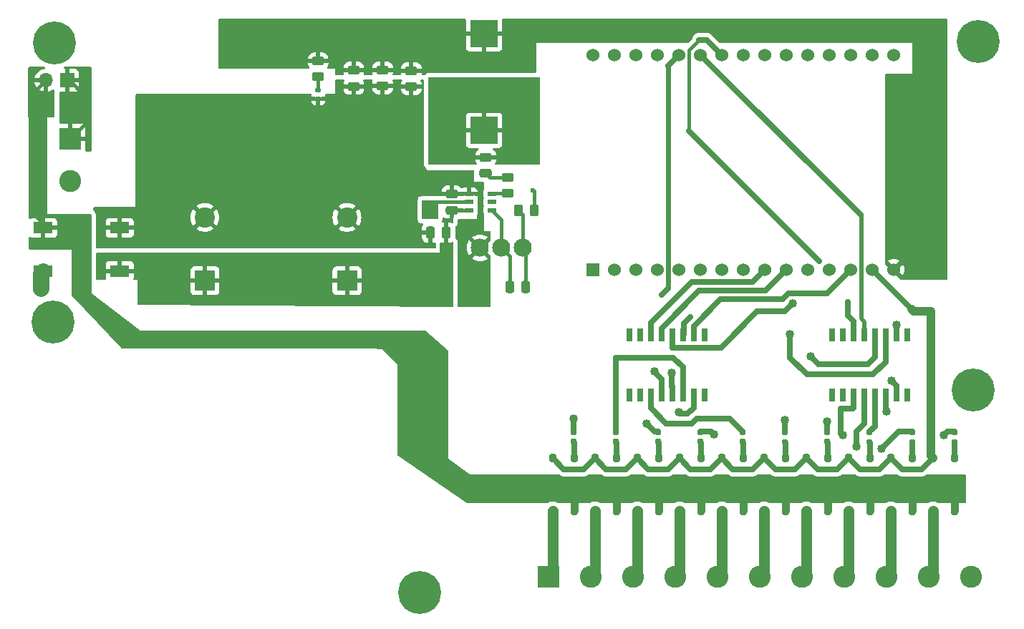
<source format=gbr>
%TF.GenerationSoftware,KiCad,Pcbnew,8.0.5-8.0.5-0~ubuntu24.04.1*%
%TF.CreationDate,2024-09-24T11:00:55-06:00*%
%TF.ProjectId,Sprinkler_Controller_V2,53707269-6e6b-46c6-9572-5f436f6e7472,rev?*%
%TF.SameCoordinates,Original*%
%TF.FileFunction,Copper,L1,Top*%
%TF.FilePolarity,Positive*%
%FSLAX46Y46*%
G04 Gerber Fmt 4.6, Leading zero omitted, Abs format (unit mm)*
G04 Created by KiCad (PCBNEW 8.0.5-8.0.5-0~ubuntu24.04.1) date 2024-09-24 11:00:55*
%MOMM*%
%LPD*%
G01*
G04 APERTURE LIST*
G04 Aperture macros list*
%AMRoundRect*
0 Rectangle with rounded corners*
0 $1 Rounding radius*
0 $2 $3 $4 $5 $6 $7 $8 $9 X,Y pos of 4 corners*
0 Add a 4 corners polygon primitive as box body*
4,1,4,$2,$3,$4,$5,$6,$7,$8,$9,$2,$3,0*
0 Add four circle primitives for the rounded corners*
1,1,$1+$1,$2,$3*
1,1,$1+$1,$4,$5*
1,1,$1+$1,$6,$7*
1,1,$1+$1,$8,$9*
0 Add four rect primitives between the rounded corners*
20,1,$1+$1,$2,$3,$4,$5,0*
20,1,$1+$1,$4,$5,$6,$7,0*
20,1,$1+$1,$6,$7,$8,$9,0*
20,1,$1+$1,$8,$9,$2,$3,0*%
G04 Aperture macros list end*
%TA.AperFunction,SMDPad,CuDef*%
%ADD10R,1.003300X0.558800*%
%TD*%
%TA.AperFunction,ComponentPad*%
%ADD11R,1.700000X1.700000*%
%TD*%
%TA.AperFunction,ComponentPad*%
%ADD12O,1.700000X1.700000*%
%TD*%
%TA.AperFunction,SMDPad,CuDef*%
%ADD13RoundRect,0.250000X0.475000X-0.250000X0.475000X0.250000X-0.475000X0.250000X-0.475000X-0.250000X0*%
%TD*%
%TA.AperFunction,ComponentPad*%
%ADD14R,1.524000X1.524000*%
%TD*%
%TA.AperFunction,ComponentPad*%
%ADD15C,1.524000*%
%TD*%
%TA.AperFunction,SMDPad,CuDef*%
%ADD16RoundRect,0.250000X0.250000X0.475000X-0.250000X0.475000X-0.250000X-0.475000X0.250000X-0.475000X0*%
%TD*%
%TA.AperFunction,SMDPad,CuDef*%
%ADD17RoundRect,0.147500X0.172500X-0.147500X0.172500X0.147500X-0.172500X0.147500X-0.172500X-0.147500X0*%
%TD*%
%TA.AperFunction,SMDPad,CuDef*%
%ADD18RoundRect,0.200000X-0.200000X0.300000X-0.200000X-0.300000X0.200000X-0.300000X0.200000X0.300000X0*%
%TD*%
%TA.AperFunction,ComponentPad*%
%ADD19C,2.133600*%
%TD*%
%TA.AperFunction,SMDPad,CuDef*%
%ADD20RoundRect,0.250000X-0.475000X0.250000X-0.475000X-0.250000X0.475000X-0.250000X0.475000X0.250000X0*%
%TD*%
%TA.AperFunction,SMDPad,CuDef*%
%ADD21R,2.300000X1.350000*%
%TD*%
%TA.AperFunction,ComponentPad*%
%ADD22R,2.600000X2.600000*%
%TD*%
%TA.AperFunction,ComponentPad*%
%ADD23C,2.600000*%
%TD*%
%TA.AperFunction,SMDPad,CuDef*%
%ADD24R,0.700000X1.505000*%
%TD*%
%TA.AperFunction,SMDPad,CuDef*%
%ADD25RoundRect,0.250000X-0.450000X0.262500X-0.450000X-0.262500X0.450000X-0.262500X0.450000X0.262500X0*%
%TD*%
%TA.AperFunction,SMDPad,CuDef*%
%ADD26R,3.300000X3.175000*%
%TD*%
%TA.AperFunction,SMDPad,CuDef*%
%ADD27RoundRect,0.250000X0.262500X0.450000X-0.262500X0.450000X-0.262500X-0.450000X0.262500X-0.450000X0*%
%TD*%
%TA.AperFunction,ComponentPad*%
%ADD28R,2.400000X2.400000*%
%TD*%
%TA.AperFunction,ComponentPad*%
%ADD29C,2.400000*%
%TD*%
%TA.AperFunction,ViaPad*%
%ADD30C,5.080000*%
%TD*%
%TA.AperFunction,ViaPad*%
%ADD31C,1.905000*%
%TD*%
%TA.AperFunction,ViaPad*%
%ADD32C,0.600000*%
%TD*%
%TA.AperFunction,ViaPad*%
%ADD33C,1.016000*%
%TD*%
%TA.AperFunction,Conductor*%
%ADD34C,0.381000*%
%TD*%
%TA.AperFunction,Conductor*%
%ADD35C,0.508000*%
%TD*%
%TA.AperFunction,Conductor*%
%ADD36C,0.635000*%
%TD*%
%TA.AperFunction,Conductor*%
%ADD37C,1.016000*%
%TD*%
%TA.AperFunction,Conductor*%
%ADD38C,0.558800*%
%TD*%
%TA.AperFunction,Conductor*%
%ADD39C,1.905000*%
%TD*%
%TA.AperFunction,Conductor*%
%ADD40C,0.457200*%
%TD*%
%TA.AperFunction,Conductor*%
%ADD41C,1.270000*%
%TD*%
%TA.AperFunction,Conductor*%
%ADD42C,0.889000*%
%TD*%
G04 APERTURE END LIST*
D10*
%TO.P,U12,1,GND*%
%TO.N,GND*%
X149647450Y-101249999D03*
%TO.P,U12,2,SW*%
%TO.N,SW*%
X149647450Y-102200000D03*
%TO.P,U12,3,VIN*%
%TO.N,/Vin*%
X149647450Y-103150001D03*
%TO.P,U12,4,VFB*%
%TO.N,FB*%
X152352550Y-103150001D03*
%TO.P,U12,5,EN*%
%TO.N,unconnected-(U12-EN-Pad5)*%
X152352550Y-102200000D03*
%TO.P,U12,6,VBST*%
%TO.N,BOOT*%
X152352550Y-101249999D03*
%TD*%
D11*
%TO.P,SW1,1,A*%
%TO.N,AC_to_SW*%
X102140000Y-87800000D03*
D12*
%TO.P,SW1,2,B*%
%TO.N,AC*%
X99600000Y-87800000D03*
%TD*%
D13*
%TO.P,C4,1*%
%TO.N,/Vin*%
X147600000Y-103150000D03*
%TO.P,C4,2*%
%TO.N,GND*%
X147600000Y-101250000D03*
%TD*%
D14*
%TO.P,U1,1,EN*%
%TO.N,unconnected-(U1-EN-Pad1)*%
X164290000Y-110200000D03*
D15*
%TO.P,U1,2,SENSOR_VP*%
%TO.N,unconnected-(U1-SENSOR_VP-Pad2)*%
X166830000Y-110200000D03*
%TO.P,U1,3,SENSOR_VN*%
%TO.N,unconnected-(U1-SENSOR_VN-Pad3)*%
X169370000Y-110200000D03*
%TO.P,U1,4,IO34*%
%TO.N,unconnected-(U1-IO34-Pad4)*%
X171910000Y-110200000D03*
%TO.P,U1,5,IO35*%
%TO.N,unconnected-(U1-IO35-Pad5)*%
X174450000Y-110200000D03*
%TO.P,U1,6,IO32*%
%TO.N,Net-(U1-IO32)*%
X176990000Y-110200000D03*
%TO.P,U1,7,IO33*%
%TO.N,Net-(U1-IO33)*%
X179530000Y-110200000D03*
%TO.P,U1,8,IO25*%
%TO.N,Net-(U1-IO25)*%
X182070000Y-110200000D03*
%TO.P,U1,9,IO26*%
%TO.N,Net-(U1-IO26)*%
X184610000Y-110200000D03*
%TO.P,U1,10,IO27*%
%TO.N,Net-(U1-IO27)*%
X187150000Y-110200000D03*
%TO.P,U1,11,IO14*%
%TO.N,Net-(U1-IO14)*%
X189690000Y-110200000D03*
%TO.P,U1,12,IO12*%
%TO.N,unconnected-(U1-IO12-Pad12)*%
X192230000Y-110200000D03*
%TO.P,U1,13,IO13*%
%TO.N,Net-(U1-IO13)*%
X194770000Y-110200000D03*
%TO.P,U1,14,GND*%
%TO.N,GND*%
X197310000Y-110200000D03*
%TO.P,U1,15,VIN*%
%TO.N,VCC*%
X199850000Y-110200000D03*
%TO.P,U1,16,3V3*%
%TO.N,unconnected-(U1-3V3-Pad16)*%
X199850000Y-84800000D03*
%TO.P,U1,17,GND*%
%TO.N,GND*%
X197310000Y-84800000D03*
%TO.P,U1,18,IO15*%
%TO.N,unconnected-(U1-IO15-Pad18)*%
X194770000Y-84800000D03*
%TO.P,U1,19,IO2*%
%TO.N,unconnected-(U1-IO2-Pad19)*%
X192230000Y-84800000D03*
%TO.P,U1,20,IO4*%
%TO.N,unconnected-(U1-IO4-Pad20)*%
X189690000Y-84800000D03*
%TO.P,U1,21,IO16*%
%TO.N,unconnected-(U1-IO16-Pad21)*%
X187150000Y-84800000D03*
%TO.P,U1,22,IO17*%
%TO.N,unconnected-(U1-IO17-Pad22)*%
X184610000Y-84800000D03*
%TO.P,U1,23,IO5*%
%TO.N,unconnected-(U1-IO5-Pad23)*%
X182070000Y-84800000D03*
%TO.P,U1,24,IO18*%
%TO.N,Net-(U1-IO18)*%
X179530000Y-84800000D03*
%TO.P,U1,25,IO19*%
%TO.N,Net-(U1-IO19)*%
X176990000Y-84800000D03*
%TO.P,U1,26,IO21*%
%TO.N,Net-(U1-IO21)*%
X174450000Y-84800000D03*
%TO.P,U1,27,RXD0/IO3*%
%TO.N,unconnected-(U1-RXD0{slash}IO3-Pad27)*%
X171910000Y-84800000D03*
%TO.P,U1,28,TXD0/IO1*%
%TO.N,unconnected-(U1-TXD0{slash}IO1-Pad28)*%
X169370000Y-84800000D03*
%TO.P,U1,29,IO22*%
%TO.N,unconnected-(U1-IO22-Pad29)*%
X166830000Y-84800000D03*
%TO.P,U1,30,IO23*%
%TO.N,unconnected-(U1-IO23-Pad30)*%
X164290000Y-84800000D03*
%TD*%
D16*
%TO.P,C3,1*%
%TO.N,/Vin*%
X146950000Y-105800000D03*
%TO.P,C3,2*%
%TO.N,GND*%
X145050000Y-105800000D03*
%TD*%
D17*
%TO.P,D3,1,K*%
%TO.N,Net-(D3-K)*%
X162000000Y-130485000D03*
%TO.P,D3,2,A*%
%TO.N,Net-(D3-A)*%
X162000000Y-129515000D03*
%TD*%
D18*
%TO.P,U2,1,Input+*%
%TO.N,Net-(D3-K)*%
X162040000Y-132500000D03*
%TO.P,U2,2,Input-*%
%TO.N,GND*%
X159500000Y-132500000D03*
%TO.P,U2,3,Output+*%
%TO.N,AC*%
X162040000Y-138750000D03*
%TO.P,U2,4,Output-*%
%TO.N,Net-(J2-Pin_1)*%
X159500000Y-138750000D03*
%TD*%
D17*
%TO.P,D9,1,K*%
%TO.N,Net-(D9-K)*%
X192000000Y-130470000D03*
%TO.P,D9,2,A*%
%TO.N,Net-(D9-A)*%
X192000000Y-129500000D03*
%TD*%
D18*
%TO.P,U11,1,Input+*%
%TO.N,Net-(D12-K)*%
X207040000Y-132500000D03*
%TO.P,U11,2,Input-*%
%TO.N,GND*%
X204500000Y-132500000D03*
%TO.P,U11,3,Output+*%
%TO.N,AC*%
X207040000Y-138750000D03*
%TO.P,U11,4,Output-*%
%TO.N,Net-(J2-Pin_10)*%
X204500000Y-138750000D03*
%TD*%
D16*
%TO.P,C5,1*%
%TO.N,Net-(C5-Pad1)*%
X156350000Y-112200000D03*
%TO.P,C5,2*%
%TO.N,FB*%
X154450000Y-112200000D03*
%TD*%
D19*
%TO.P,RV1,1,1*%
%TO.N,GND*%
X150920000Y-107600000D03*
%TO.P,RV1,2,2*%
%TO.N,FB*%
X153460000Y-107600000D03*
%TO.P,RV1,3,3*%
%TO.N,Net-(C5-Pad1)*%
X156000000Y-107600000D03*
%TD*%
D20*
%TO.P,C9,1*%
%TO.N,VCC*%
X136000000Y-86600000D03*
%TO.P,C9,2*%
%TO.N,GND*%
X136000000Y-88500000D03*
%TD*%
D17*
%TO.P,D7,1,K*%
%TO.N,Net-(D7-K)*%
X182000000Y-130485000D03*
%TO.P,D7,2,A*%
%TO.N,Net-(D7-A)*%
X182000000Y-129515000D03*
%TD*%
D21*
%TO.P,BR1,1,+*%
%TO.N,/Vin*%
X108325000Y-110350000D03*
%TO.P,BR1,2,-*%
%TO.N,GND*%
X108325000Y-105250000D03*
%TO.P,BR1,3,~_1*%
%TO.N,AC*%
X99275000Y-105250000D03*
%TO.P,BR1,4,~_2*%
%TO.N,GNDPWR*%
X99275000Y-110350000D03*
%TD*%
D20*
%TO.P,C8,1*%
%TO.N,VCC*%
X139400000Y-86550000D03*
%TO.P,C8,2*%
%TO.N,GND*%
X139400000Y-88450000D03*
%TD*%
D22*
%TO.P,J2,1,Pin_1*%
%TO.N,Net-(J2-Pin_1)*%
X159000000Y-146500000D03*
D23*
%TO.P,J2,2,Pin_2*%
%TO.N,Net-(J2-Pin_2)*%
X164000000Y-146500000D03*
%TO.P,J2,3,Pin_3*%
%TO.N,Net-(J2-Pin_3)*%
X169000000Y-146500000D03*
%TO.P,J2,4,Pin_4*%
%TO.N,Net-(J2-Pin_4)*%
X174000000Y-146500000D03*
%TO.P,J2,5,Pin_5*%
%TO.N,Net-(J2-Pin_5)*%
X179000000Y-146500000D03*
%TO.P,J2,6,Pin_6*%
%TO.N,Net-(J2-Pin_6)*%
X184000000Y-146500000D03*
%TO.P,J2,7,Pin_7*%
%TO.N,Net-(J2-Pin_7)*%
X189000000Y-146500000D03*
%TO.P,J2,8,Pin_8*%
%TO.N,Net-(J2-Pin_8)*%
X194000000Y-146500000D03*
%TO.P,J2,9,Pin_9*%
%TO.N,Net-(J2-Pin_9)*%
X199000000Y-146500000D03*
%TO.P,J2,10,Pin_10*%
%TO.N,Net-(J2-Pin_10)*%
X204000000Y-146500000D03*
%TO.P,J2,11,Pin_11*%
%TO.N,GNDPWR*%
X209000000Y-146500000D03*
%TD*%
D18*
%TO.P,U10,1,Input+*%
%TO.N,Net-(D11-K)*%
X202040000Y-132500000D03*
%TO.P,U10,2,Input-*%
%TO.N,GND*%
X199500000Y-132500000D03*
%TO.P,U10,3,Output+*%
%TO.N,AC*%
X202040000Y-138750000D03*
%TO.P,U10,4,Output-*%
%TO.N,Net-(J2-Pin_9)*%
X199500000Y-138750000D03*
%TD*%
D17*
%TO.P,D4,1,K*%
%TO.N,Net-(D4-K)*%
X167000000Y-130470000D03*
%TO.P,D4,2,A*%
%TO.N,Net-(D4-A)*%
X167000000Y-129500000D03*
%TD*%
%TO.P,D8,1,K*%
%TO.N,Net-(D8-K)*%
X187000000Y-130500000D03*
%TO.P,D8,2,A*%
%TO.N,Net-(D8-A)*%
X187000000Y-129530000D03*
%TD*%
%TO.P,D6,1,K*%
%TO.N,Net-(D6-K)*%
X177000000Y-130470000D03*
%TO.P,D6,2,A*%
%TO.N,Net-(D6-A)*%
X177000000Y-129500000D03*
%TD*%
%TO.P,D12,1,K*%
%TO.N,Net-(D12-K)*%
X207000000Y-130500000D03*
%TO.P,D12,2,A*%
%TO.N,Net-(D12-A)*%
X207000000Y-129530000D03*
%TD*%
D24*
%TO.P,RN2,1,1*%
%TO.N,unconnected-(RN2-Pad1)*%
X201445000Y-117952000D03*
%TO.P,RN2,2,2*%
%TO.N,Net-(U1-IO25)*%
X200175000Y-117952000D03*
%TO.P,RN2,3,3*%
%TO.N,Net-(U1-IO33)*%
X198905000Y-117952000D03*
%TO.P,RN2,4,4*%
%TO.N,Net-(U1-IO32)*%
X197635000Y-117952000D03*
%TO.P,RN2,5,5*%
%TO.N,Net-(U1-IO19)*%
X196365000Y-117952000D03*
%TO.P,RN2,6,6*%
%TO.N,Net-(U1-IO18)*%
X195095000Y-117952000D03*
%TO.P,RN2,7,7*%
%TO.N,unconnected-(RN2-Pad7)*%
X193825000Y-117952000D03*
%TO.P,RN2,8,8*%
%TO.N,unconnected-(RN2-Pad8)*%
X192555000Y-117952000D03*
%TO.P,RN2,9,9*%
%TO.N,unconnected-(RN2-Pad9)*%
X192555000Y-125048000D03*
%TO.P,RN2,10,10*%
%TO.N,unconnected-(RN2-Pad10)*%
X193825000Y-125048000D03*
%TO.P,RN2,11,11*%
%TO.N,Net-(D12-A)*%
X195095000Y-125048000D03*
%TO.P,RN2,12,12*%
%TO.N,Net-(D11-A)*%
X196365000Y-125048000D03*
%TO.P,RN2,13,13*%
%TO.N,Net-(D10-A)*%
X197635000Y-125048000D03*
%TO.P,RN2,14,14*%
%TO.N,Net-(D9-A)*%
X198905000Y-125048000D03*
%TO.P,RN2,15,15*%
%TO.N,Net-(D8-A)*%
X200175000Y-125048000D03*
%TO.P,RN2,16,16*%
%TO.N,unconnected-(RN2-Pad16)*%
X201445000Y-125048000D03*
%TD*%
D17*
%TO.P,D11,1,K*%
%TO.N,Net-(D11-K)*%
X202000000Y-130500000D03*
%TO.P,D11,2,A*%
%TO.N,Net-(D11-A)*%
X202000000Y-129530000D03*
%TD*%
D24*
%TO.P,RN1,1,1*%
%TO.N,unconnected-(RN1-Pad1)*%
X177445000Y-117952000D03*
%TO.P,RN1,2,2*%
%TO.N,Net-(U1-IO13)*%
X176175000Y-117952000D03*
%TO.P,RN1,3,3*%
%TO.N,Net-(U1-IO21)*%
X174905000Y-117952000D03*
%TO.P,RN1,4,4*%
%TO.N,Net-(U1-IO14)*%
X173635000Y-117952000D03*
%TO.P,RN1,5,5*%
%TO.N,Net-(U1-IO27)*%
X172365000Y-117952000D03*
%TO.P,RN1,6,6*%
%TO.N,Net-(U1-IO26)*%
X171095000Y-117952000D03*
%TO.P,RN1,7,7*%
%TO.N,unconnected-(RN1-Pad7)*%
X169825000Y-117952000D03*
%TO.P,RN1,8,8*%
%TO.N,unconnected-(RN1-Pad8)*%
X168555000Y-117952000D03*
%TO.P,RN1,9,9*%
%TO.N,unconnected-(RN1-Pad9)*%
X168555000Y-125048000D03*
%TO.P,RN1,10,10*%
%TO.N,unconnected-(RN1-Pad10)*%
X169825000Y-125048000D03*
%TO.P,RN1,11,11*%
%TO.N,Net-(D7-A)*%
X171095000Y-125048000D03*
%TO.P,RN1,12,12*%
%TO.N,Net-(D6-A)*%
X172365000Y-125048000D03*
%TO.P,RN1,13,13*%
%TO.N,Net-(D5-A)*%
X173635000Y-125048000D03*
%TO.P,RN1,14,14*%
%TO.N,Net-(D4-A)*%
X174905000Y-125048000D03*
%TO.P,RN1,15,15*%
%TO.N,Net-(D3-A)*%
X176175000Y-125048000D03*
%TO.P,RN1,16,16*%
%TO.N,unconnected-(RN1-Pad16)*%
X177445000Y-125048000D03*
%TD*%
D25*
%TO.P,R3,1*%
%TO.N,VCC*%
X131800000Y-85525000D03*
%TO.P,R3,2*%
%TO.N,Net-(D2-A)*%
X131800000Y-87350000D03*
%TD*%
D17*
%TO.P,D10,1,K*%
%TO.N,Net-(D10-K)*%
X197000000Y-130500000D03*
%TO.P,D10,2,A*%
%TO.N,Net-(D10-A)*%
X197000000Y-129530000D03*
%TD*%
D20*
%TO.P,C6,1*%
%TO.N,SW*%
X151600000Y-96900000D03*
%TO.P,C6,2*%
%TO.N,Net-(C6-Pad2)*%
X151600000Y-98800000D03*
%TD*%
%TO.P,C7,1*%
%TO.N,VCC*%
X142800000Y-86650000D03*
%TO.P,C7,2*%
%TO.N,GND*%
X142800000Y-88550000D03*
%TD*%
D18*
%TO.P,U7,1,Input+*%
%TO.N,Net-(D8-K)*%
X187040000Y-132500000D03*
%TO.P,U7,2,Input-*%
%TO.N,GND*%
X184500000Y-132500000D03*
%TO.P,U7,3,Output+*%
%TO.N,AC*%
X187040000Y-138750000D03*
%TO.P,U7,4,Output-*%
%TO.N,Net-(J2-Pin_6)*%
X184500000Y-138750000D03*
%TD*%
%TO.P,U4,1,Input+*%
%TO.N,Net-(D5-K)*%
X172040000Y-132500000D03*
%TO.P,U4,2,Input-*%
%TO.N,GND*%
X169500000Y-132500000D03*
%TO.P,U4,3,Output+*%
%TO.N,AC*%
X172040000Y-138750000D03*
%TO.P,U4,4,Output-*%
%TO.N,Net-(J2-Pin_3)*%
X169500000Y-138750000D03*
%TD*%
D26*
%TO.P,L1,1,1*%
%TO.N,SW*%
X151400000Y-93715000D03*
%TO.P,L1,2,2*%
%TO.N,VCC*%
X151400000Y-82285000D03*
%TD*%
D18*
%TO.P,U9,1,Input+*%
%TO.N,Net-(D10-K)*%
X197040000Y-132500000D03*
%TO.P,U9,2,Input-*%
%TO.N,GND*%
X194500000Y-132500000D03*
%TO.P,U9,3,Output+*%
%TO.N,AC*%
X197040000Y-138750000D03*
%TO.P,U9,4,Output-*%
%TO.N,Net-(J2-Pin_8)*%
X194500000Y-138750000D03*
%TD*%
%TO.P,U6,1,Input+*%
%TO.N,Net-(D7-K)*%
X182040000Y-132500000D03*
%TO.P,U6,2,Input-*%
%TO.N,GND*%
X179500000Y-132500000D03*
%TO.P,U6,3,Output+*%
%TO.N,AC*%
X182040000Y-138750000D03*
%TO.P,U6,4,Output-*%
%TO.N,Net-(J2-Pin_5)*%
X179500000Y-138750000D03*
%TD*%
D17*
%TO.P,D2,1,K*%
%TO.N,GND*%
X131800000Y-89950000D03*
%TO.P,D2,2,A*%
%TO.N,Net-(D2-A)*%
X131800000Y-88980000D03*
%TD*%
D18*
%TO.P,U5,1,Input+*%
%TO.N,Net-(D6-K)*%
X177040000Y-132500000D03*
%TO.P,U5,2,Input-*%
%TO.N,GND*%
X174500000Y-132500000D03*
%TO.P,U5,3,Output+*%
%TO.N,AC*%
X177040000Y-138750000D03*
%TO.P,U5,4,Output-*%
%TO.N,Net-(J2-Pin_4)*%
X174500000Y-138750000D03*
%TD*%
D27*
%TO.P,R2,1*%
%TO.N,VCC*%
X157312500Y-103200000D03*
%TO.P,R2,2*%
%TO.N,Net-(C5-Pad1)*%
X155487500Y-103200000D03*
%TD*%
D18*
%TO.P,U8,1,Input+*%
%TO.N,Net-(D9-K)*%
X192040000Y-132500000D03*
%TO.P,U8,2,Input-*%
%TO.N,GND*%
X189500000Y-132500000D03*
%TO.P,U8,3,Output+*%
%TO.N,AC*%
X192040000Y-138750000D03*
%TO.P,U8,4,Output-*%
%TO.N,Net-(J2-Pin_7)*%
X189500000Y-138750000D03*
%TD*%
D28*
%TO.P,C1,1*%
%TO.N,/Vin*%
X118400000Y-111512755D03*
D29*
%TO.P,C1,2*%
%TO.N,GND*%
X118400000Y-104012755D03*
%TD*%
D25*
%TO.P,R1,1*%
%TO.N,Net-(C6-Pad2)*%
X154200000Y-99287500D03*
%TO.P,R1,2*%
%TO.N,BOOT*%
X154200000Y-101112500D03*
%TD*%
D17*
%TO.P,D5,1,K*%
%TO.N,Net-(D5-K)*%
X172000000Y-130470000D03*
%TO.P,D5,2,A*%
%TO.N,Net-(D5-A)*%
X172000000Y-129500000D03*
%TD*%
D18*
%TO.P,U3,1,Input+*%
%TO.N,Net-(D4-K)*%
X167040000Y-132500000D03*
%TO.P,U3,2,Input-*%
%TO.N,GND*%
X164500000Y-132500000D03*
%TO.P,U3,3,Output+*%
%TO.N,AC*%
X167040000Y-138750000D03*
%TO.P,U3,4,Output-*%
%TO.N,Net-(J2-Pin_2)*%
X164500000Y-138750000D03*
%TD*%
D29*
%TO.P,C2,2*%
%TO.N,GND*%
X135200000Y-104012755D03*
D28*
%TO.P,C2,1*%
%TO.N,/Vin*%
X135200000Y-111512755D03*
%TD*%
D22*
%TO.P,J1,1,Pin_1*%
%TO.N,AC_to_SW*%
X102445000Y-94700000D03*
D23*
%TO.P,J1,2,Pin_2*%
%TO.N,GNDPWR*%
X102445000Y-99700000D03*
%TD*%
D30*
%TO.N,*%
X209200000Y-124400000D03*
X100600000Y-83400000D03*
D31*
%TO.N,GNDPWR*%
X99000000Y-112400000D03*
D32*
%TO.N,Net-(U1-IO18)*%
X194400000Y-114000000D03*
X191000000Y-109200000D03*
%TO.N,Net-(U1-IO21)*%
X175800000Y-115800000D03*
X172400000Y-113200000D03*
%TO.N,VCC*%
X128800000Y-84400000D03*
X157200000Y-100800000D03*
%TO.N,GND*%
X150000000Y-100000000D03*
X149400000Y-99200000D03*
X148600000Y-99200000D03*
X147800000Y-99200000D03*
X149200000Y-100000000D03*
X148400000Y-100000000D03*
X147600000Y-100000000D03*
X143400000Y-90000000D03*
X142600000Y-90000000D03*
X141800000Y-90000000D03*
X141000000Y-90000000D03*
X140200000Y-90000000D03*
X139400000Y-90000000D03*
X138600000Y-90000000D03*
X137800000Y-90000000D03*
X137000000Y-90000000D03*
X136200000Y-90000000D03*
X135400000Y-90000000D03*
X148800000Y-111600000D03*
X149600000Y-111600000D03*
X150400000Y-111600000D03*
X151200000Y-111600000D03*
X151200000Y-110800000D03*
X150400000Y-110800000D03*
X149600000Y-110800000D03*
X148800000Y-110800000D03*
X151000000Y-104600000D03*
X150200000Y-104600000D03*
X149600000Y-104600000D03*
X148800000Y-104600000D03*
%TO.N,SW*%
X146600000Y-97200000D03*
X146600000Y-96400000D03*
X146600000Y-95800000D03*
X147400000Y-95800000D03*
X147400000Y-96400000D03*
X147400000Y-97200000D03*
X148200000Y-97200000D03*
X148200000Y-96400000D03*
X148200000Y-95800000D03*
X144400000Y-103400000D03*
X145000000Y-103400000D03*
X145600000Y-103400000D03*
X145600000Y-102600000D03*
X145000000Y-102600000D03*
X144400000Y-102600000D03*
%TO.N,GND*%
X151000000Y-103000000D03*
X151000000Y-102000000D03*
X151000000Y-101000000D03*
D30*
%TO.N,*%
X143800000Y-148400000D03*
X100400000Y-116400000D03*
X209800000Y-83200000D03*
D33*
%TO.N,Net-(D3-A)*%
X174400000Y-127046000D03*
X162000000Y-127800000D03*
%TO.N,Net-(U1-IO14)*%
X187867000Y-114218000D03*
%TO.N,Net-(D5-A)*%
X170600000Y-128379500D03*
X173571500Y-122442927D03*
%TO.N,Net-(D6-A)*%
X178600000Y-129713000D03*
X171600000Y-122200000D03*
%TO.N,Net-(U1-IO33)*%
X187600000Y-117800000D03*
%TO.N,Net-(U1-IO32)*%
X190000000Y-120466500D03*
%TO.N,Net-(D8-A)*%
X199620255Y-123347424D03*
X187000000Y-128000000D03*
%TO.N,Net-(U1-IO25)*%
X200174999Y-116768389D03*
%TO.N,Net-(D9-A)*%
X198968500Y-127000000D03*
X192000000Y-128200000D03*
%TO.N,Net-(D11-A)*%
X198388535Y-131389812D03*
X195400000Y-131133500D03*
%TO.N,Net-(D12-A)*%
X193800000Y-129800000D03*
X205800000Y-129800000D03*
%TD*%
D34*
%TO.N,AC*%
X98000000Y-89400000D02*
X98000000Y-103400000D01*
X99600000Y-87800000D02*
X98000000Y-89400000D01*
X98000000Y-103400000D02*
X99275000Y-104675000D01*
X99275000Y-104675000D02*
X99275000Y-105250000D01*
%TO.N,AC_to_SW*%
X104200000Y-93000000D02*
X104200000Y-89600000D01*
X102445000Y-94700000D02*
X102500000Y-94700000D01*
X102500000Y-94700000D02*
X104200000Y-93000000D01*
X104200000Y-89600000D02*
X102400000Y-87800000D01*
X102400000Y-87800000D02*
X102140000Y-87800000D01*
D35*
%TO.N,Net-(U1-IO19)*%
X196000000Y-116000000D02*
X196365000Y-116365000D01*
X196365000Y-116365000D02*
X196365000Y-117952000D01*
D36*
%TO.N,Net-(U1-IO18)*%
X194400000Y-114000000D02*
X194400000Y-115600000D01*
X194400000Y-115600000D02*
X195095000Y-116295000D01*
X195095000Y-116295000D02*
X195095000Y-117952000D01*
D35*
%TO.N,Net-(U1-IO19)*%
X195922500Y-103732500D02*
X196000000Y-103810000D01*
X196000000Y-103810000D02*
X196000000Y-116000000D01*
D37*
%TO.N,GND*%
X204200000Y-115133000D02*
X202243000Y-115133000D01*
X202243000Y-115133000D02*
X201976500Y-114866500D01*
D34*
%TO.N,Net-(U1-IO18)*%
X176837500Y-83000000D02*
X175602500Y-84235000D01*
X175602500Y-84235000D02*
X175602500Y-93802500D01*
D36*
X179530000Y-84800000D02*
X177730000Y-83000000D01*
X177730000Y-83000000D02*
X176837500Y-83000000D01*
D38*
%TO.N,Net-(U1-IO21)*%
X173200000Y-86050000D02*
X173200000Y-112400000D01*
D36*
X175800000Y-115800000D02*
X175000000Y-116600000D01*
X175000000Y-116600000D02*
X175000000Y-117857000D01*
X175000000Y-117857000D02*
X174905000Y-117952000D01*
X174450000Y-84800000D02*
X173200000Y-86050000D01*
X173200000Y-112400000D02*
X172400000Y-113200000D01*
%TO.N,Net-(U1-IO18)*%
X175602500Y-93802500D02*
X191000000Y-109200000D01*
D34*
%TO.N,Net-(D2-A)*%
X131800000Y-87350000D02*
X131800000Y-88980000D01*
D39*
%TO.N,GNDPWR*%
X99000000Y-112400000D02*
X99000000Y-110625000D01*
X99000000Y-110625000D02*
X99275000Y-110350000D01*
D36*
%TO.N,Net-(U1-IO19)*%
X176990000Y-84800000D02*
X195922500Y-103732500D01*
D34*
%TO.N,VCC*%
X157312500Y-103200000D02*
X157312500Y-100912500D01*
X157312500Y-100912500D02*
X157200000Y-100800000D01*
%TO.N,Net-(C6-Pad2)*%
X154200000Y-99287500D02*
X152087500Y-99287500D01*
X152087500Y-99287500D02*
X151600000Y-98800000D01*
%TO.N,BOOT*%
X154200000Y-101112500D02*
X152490049Y-101112500D01*
X152490049Y-101112500D02*
X152352550Y-101249999D01*
%TO.N,FB*%
X153460000Y-107600000D02*
X153460000Y-104257451D01*
X153460000Y-104257451D02*
X152352550Y-103150001D01*
%TO.N,Net-(C5-Pad1)*%
X156000000Y-107600000D02*
X156000000Y-103712500D01*
X156000000Y-103712500D02*
X155487500Y-103200000D01*
X156350000Y-112200000D02*
X156350000Y-107950000D01*
X156350000Y-107950000D02*
X156000000Y-107600000D01*
%TO.N,FB*%
X154450000Y-112200000D02*
X154450000Y-108590000D01*
X154450000Y-108590000D02*
X153460000Y-107600000D01*
D40*
%TO.N,SW*%
X149647450Y-102200000D02*
X146400000Y-102200000D01*
D36*
%TO.N,Net-(D3-A)*%
X174590500Y-127236500D02*
X174400000Y-127046000D01*
X175470000Y-127236500D02*
X174590500Y-127236500D01*
X162000000Y-127800000D02*
X162000000Y-129364500D01*
X176175000Y-126531500D02*
X175470000Y-127236500D01*
X176175000Y-125048000D02*
X176175000Y-126531500D01*
D41*
%TO.N,Net-(J2-Pin_3)*%
X169500000Y-146500000D02*
X169500000Y-138750000D01*
%TO.N,Net-(J2-Pin_8)*%
X194500000Y-146500000D02*
X194500000Y-138750000D01*
%TO.N,Net-(J2-Pin_6)*%
X184500000Y-146500000D02*
X184500000Y-138750000D01*
%TO.N,Net-(J2-Pin_1)*%
X159500000Y-146500000D02*
X159500000Y-138750000D01*
%TO.N,Net-(J2-Pin_4)*%
X174500000Y-146500000D02*
X174500000Y-138750000D01*
%TO.N,Net-(J2-Pin_5)*%
X179500000Y-146500000D02*
X179500000Y-138750000D01*
%TO.N,Net-(J2-Pin_2)*%
X164500000Y-146500000D02*
X164500000Y-138750000D01*
%TO.N,Net-(J2-Pin_7)*%
X189500000Y-146500000D02*
X189500000Y-138750000D01*
%TO.N,Net-(J2-Pin_10)*%
X204500000Y-146500000D02*
X204500000Y-138750000D01*
%TO.N,Net-(J2-Pin_9)*%
X199500000Y-146500000D02*
X199500000Y-138750000D01*
D36*
%TO.N,Net-(D3-K)*%
X162040000Y-130675500D02*
X162000000Y-130635500D01*
X162040000Y-132500000D02*
X162040000Y-130675500D01*
%TO.N,Net-(D4-A)*%
X167000000Y-120600000D02*
X167000000Y-129349500D01*
X174905000Y-121705000D02*
X173800000Y-120600000D01*
X173800000Y-120600000D02*
X167000000Y-120600000D01*
X174905000Y-125048000D02*
X174905000Y-121705000D01*
%TO.N,Net-(U1-IO13)*%
X179375000Y-113698000D02*
X176175000Y-116898000D01*
X191960000Y-113010000D02*
X187366000Y-113010000D01*
X187366000Y-113010000D02*
X186679000Y-113698000D01*
X194770000Y-110200000D02*
X191960000Y-113010000D01*
X186679000Y-113698000D02*
X179375000Y-113698000D01*
X176175000Y-116898000D02*
X176175000Y-117952000D01*
%TO.N,Net-(U1-IO14)*%
X183688000Y-115128000D02*
X186957000Y-115128000D01*
X186957000Y-115128000D02*
X187867000Y-114218000D01*
X173635000Y-117952000D02*
X173635000Y-119405000D01*
X179412000Y-119405000D02*
X183688000Y-115128000D01*
X173635000Y-119405000D02*
X179412000Y-119405000D01*
%TO.N,Net-(U1-IO26)*%
X183148000Y-111662000D02*
X175932000Y-111662000D01*
X175932000Y-111662000D02*
X171095000Y-116499000D01*
X171095000Y-116499000D02*
X171095000Y-117952000D01*
X184610000Y-110200000D02*
X183148000Y-111662000D01*
%TO.N,Net-(U1-IO27)*%
X187150000Y-110200000D02*
X184670000Y-112680000D01*
X176803000Y-112680000D02*
X172365000Y-117118000D01*
X184670000Y-112680000D02*
X176803000Y-112680000D01*
X172365000Y-117118000D02*
X172365000Y-117952000D01*
%TO.N,Net-(D4-K)*%
X167040000Y-130660500D02*
X167000000Y-130620500D01*
X167040000Y-132500000D02*
X167040000Y-130660500D01*
%TO.N,Net-(D5-K)*%
X172040000Y-130660500D02*
X172000000Y-130620500D01*
X172040000Y-132500000D02*
X172040000Y-130660500D01*
%TO.N,Net-(D5-A)*%
X173571500Y-122442927D02*
X173571500Y-123971500D01*
X173571500Y-123971500D02*
X173635000Y-124035000D01*
X170600000Y-128379500D02*
X171570000Y-129349500D01*
X173635000Y-124035000D02*
X173635000Y-125048000D01*
X171570000Y-129349500D02*
X172000000Y-129349500D01*
%TO.N,Net-(D6-K)*%
X177040000Y-130660500D02*
X177000000Y-130620500D01*
X177040000Y-132500000D02*
X177040000Y-130660500D01*
%TO.N,Net-(D6-A)*%
X178236500Y-129349500D02*
X177000000Y-129349500D01*
X172365000Y-125048000D02*
X172365000Y-123122281D01*
X178600000Y-129713000D02*
X178236500Y-129349500D01*
X171600000Y-122357281D02*
X171600000Y-122200000D01*
X172365000Y-123122281D02*
X171600000Y-122357281D01*
%TO.N,Net-(D7-K)*%
X182040000Y-130675500D02*
X182000000Y-130635500D01*
X182040000Y-132500000D02*
X182040000Y-130675500D01*
%TO.N,Net-(U1-IO33)*%
X187600000Y-117800000D02*
X187600000Y-120600000D01*
X197400000Y-122600000D02*
X198905000Y-121095000D01*
X187600000Y-120600000D02*
X189600000Y-122600000D01*
X198905000Y-121095000D02*
X198905000Y-117952000D01*
X189600000Y-122600000D02*
X197400000Y-122600000D01*
%TO.N,Net-(U1-IO32)*%
X197635000Y-120565000D02*
X197635000Y-117952000D01*
X196800000Y-121400000D02*
X197635000Y-120565000D01*
X190933500Y-121400000D02*
X196800000Y-121400000D01*
X190000000Y-120466500D02*
X190933500Y-121400000D01*
%TO.N,Net-(D7-A)*%
X171095000Y-126531500D02*
X172943000Y-128379500D01*
X180435500Y-127800000D02*
X182000000Y-129364500D01*
X175943446Y-128379500D02*
X176522946Y-127800000D01*
X171095000Y-125048000D02*
X171095000Y-126531500D01*
X172943000Y-128379500D02*
X175943446Y-128379500D01*
X176522946Y-127800000D02*
X180435500Y-127800000D01*
%TO.N,Net-(D8-A)*%
X200175000Y-123902169D02*
X199620255Y-123347424D01*
X187000000Y-128000000D02*
X187000000Y-129379500D01*
X200175000Y-125048000D02*
X200175000Y-123902169D01*
%TO.N,Net-(U1-IO25)*%
X200175000Y-116768390D02*
X200175000Y-117952000D01*
X200174999Y-116768389D02*
X200175000Y-116768390D01*
%TO.N,Net-(D8-K)*%
X187040000Y-132500000D02*
X187040000Y-130690500D01*
X187040000Y-130690500D02*
X187000000Y-130650500D01*
%TO.N,GND*%
X195825500Y-133825500D02*
X198174500Y-133825500D01*
X164500000Y-132500000D02*
X165825500Y-133825500D01*
X198174500Y-133825500D02*
X199500000Y-132500000D01*
X183174500Y-133825500D02*
X184500000Y-132500000D01*
X163174500Y-133825500D02*
X164500000Y-132500000D01*
X201976500Y-114866500D02*
X197310000Y-110200000D01*
X199500000Y-132500000D02*
X200825500Y-133825500D01*
X179500000Y-132500000D02*
X180825500Y-133825500D01*
X174500000Y-132500000D02*
X175825500Y-133825500D01*
X189500000Y-132500000D02*
X190825500Y-133825500D01*
X170825500Y-133825500D02*
X173174500Y-133825500D01*
X188174500Y-133825500D02*
X189500000Y-132500000D01*
X190825500Y-133825500D02*
X193174500Y-133825500D01*
X185825500Y-133825500D02*
X188174500Y-133825500D01*
D37*
X204466500Y-132466500D02*
X204200000Y-132200000D01*
D36*
X184500000Y-132500000D02*
X185825500Y-133825500D01*
X173174500Y-133825500D02*
X174500000Y-132500000D01*
X200825500Y-133825500D02*
X203174500Y-133825500D01*
X178174500Y-133825500D02*
X179500000Y-132500000D01*
X203174500Y-133825500D02*
X204500000Y-132500000D01*
X175825500Y-133825500D02*
X178174500Y-133825500D01*
X180825500Y-133825500D02*
X183174500Y-133825500D01*
X169500000Y-132500000D02*
X170825500Y-133825500D01*
X168174500Y-133825500D02*
X169500000Y-132500000D01*
X165825500Y-133825500D02*
X168174500Y-133825500D01*
X193174500Y-133825500D02*
X194500000Y-132500000D01*
X160825500Y-133825500D02*
X163174500Y-133825500D01*
D37*
X204200000Y-132200000D02*
X204200000Y-115133000D01*
D36*
X204500000Y-132500000D02*
X204466500Y-132466500D01*
X159500000Y-132500000D02*
X160825500Y-133825500D01*
X194500000Y-132500000D02*
X195825500Y-133825500D01*
%TO.N,Net-(D9-A)*%
X192000000Y-128200000D02*
X192000000Y-129349500D01*
X198905000Y-126936500D02*
X198968500Y-127000000D01*
X198905000Y-125048000D02*
X198905000Y-126936500D01*
%TO.N,Net-(D9-K)*%
X192040000Y-130660500D02*
X192000000Y-130620500D01*
X192040000Y-132500000D02*
X192040000Y-130660500D01*
%TO.N,Net-(D10-A)*%
X197635000Y-128744500D02*
X197000000Y-129379500D01*
X197635000Y-125048000D02*
X197635000Y-128744500D01*
%TO.N,Net-(D10-K)*%
X197040000Y-130690500D02*
X197000000Y-130650500D01*
X197040000Y-132500000D02*
X197040000Y-130690500D01*
%TO.N,Net-(D11-A)*%
X198388535Y-131389812D02*
X200398847Y-129379500D01*
X195400000Y-129363054D02*
X195400000Y-131133500D01*
X196365000Y-128398054D02*
X195400000Y-129363054D01*
X200398847Y-129379500D02*
X202000000Y-129379500D01*
X196365000Y-125048000D02*
X196365000Y-128398054D01*
%TO.N,Net-(D11-K)*%
X202040000Y-130690500D02*
X202000000Y-130650500D01*
X202040000Y-132500000D02*
X202040000Y-130690500D01*
%TO.N,Net-(D12-K)*%
X207040000Y-130690500D02*
X207000000Y-130650500D01*
X207040000Y-132500000D02*
X207040000Y-130690500D01*
%TO.N,Net-(D12-A)*%
X195095000Y-126531500D02*
X195095000Y-125048000D01*
X193600000Y-126626000D02*
X195000500Y-126626000D01*
X206220500Y-129379500D02*
X207000000Y-129379500D01*
X205800000Y-129800000D02*
X206220500Y-129379500D01*
X193800000Y-129800000D02*
X193600000Y-129600000D01*
X195000500Y-126626000D02*
X195095000Y-126531500D01*
X193600000Y-129600000D02*
X193600000Y-126626000D01*
D42*
%TO.N,AC*%
X207040000Y-136323000D02*
X207040000Y-138750000D01*
X192040000Y-136509000D02*
X192040000Y-138750000D01*
X197040000Y-136322000D02*
X197040000Y-138750000D01*
X177040000Y-137070000D02*
X177040000Y-138750000D01*
X172040000Y-137151000D02*
X172040000Y-138750000D01*
X187040000Y-136696000D02*
X187040000Y-138750000D01*
X202040000Y-136290000D02*
X202040000Y-138750000D01*
X182040000Y-136883000D02*
X182040000Y-138750000D01*
X167040000Y-136964000D02*
X167040000Y-138750000D01*
X162040000Y-136777000D02*
X162040000Y-138750000D01*
%TD*%
%TA.AperFunction,Conductor*%
%TO.N,SW*%
G36*
X146579309Y-102019685D02*
G01*
X146599951Y-102036319D01*
X146656346Y-102092714D01*
X146659182Y-102094463D01*
X146660717Y-102096170D01*
X146662011Y-102097193D01*
X146661836Y-102097414D01*
X146705905Y-102146411D01*
X146717126Y-102215374D01*
X146689282Y-102279456D01*
X146659182Y-102305537D01*
X146656346Y-102307285D01*
X146656343Y-102307288D01*
X146599951Y-102363681D01*
X146538628Y-102397166D01*
X146512270Y-102400000D01*
X146000000Y-102400000D01*
X146000000Y-104076000D01*
X145980315Y-104143039D01*
X145927511Y-104188794D01*
X145876000Y-104200000D01*
X144124000Y-104200000D01*
X144056961Y-104180315D01*
X144011206Y-104127511D01*
X144000000Y-104076000D01*
X144000000Y-102124000D01*
X144019685Y-102056961D01*
X144072489Y-102011206D01*
X144124000Y-102000000D01*
X146512270Y-102000000D01*
X146579309Y-102019685D01*
G37*
%TD.AperFunction*%
%TD*%
%TA.AperFunction,Conductor*%
%TO.N,GND*%
G36*
X144136327Y-87705500D02*
G01*
X144170500Y-87705500D01*
X144237539Y-87725185D01*
X144283294Y-87777989D01*
X144294500Y-87829500D01*
X144294500Y-92959500D01*
X144294500Y-95297000D01*
X144294500Y-97676000D01*
X144294501Y-97676009D01*
X144306052Y-97783450D01*
X144306054Y-97783462D01*
X144317260Y-97834972D01*
X144351383Y-97937497D01*
X144351386Y-97937503D01*
X144429171Y-98058537D01*
X144429179Y-98058548D01*
X144474925Y-98111342D01*
X144474927Y-98111345D01*
X144557203Y-98182638D01*
X144594977Y-98241416D01*
X144600000Y-98276350D01*
X144600000Y-98400000D01*
X150076000Y-98400000D01*
X150143039Y-98419685D01*
X150188794Y-98472489D01*
X150200000Y-98524000D01*
X150200000Y-99800000D01*
X151063777Y-99800000D01*
X151071830Y-99800410D01*
X151071834Y-99800339D01*
X151074966Y-99800497D01*
X151074991Y-99800500D01*
X151276001Y-99800499D01*
X151343039Y-99820183D01*
X151388794Y-99872987D01*
X151400000Y-99924499D01*
X151400000Y-100724942D01*
X151392182Y-100768275D01*
X151362705Y-100847309D01*
X151356809Y-100863116D01*
X151350400Y-100922726D01*
X151350400Y-100922733D01*
X151350400Y-100922734D01*
X151350400Y-101577269D01*
X151350401Y-101577275D01*
X151356808Y-101636882D01*
X151373512Y-101681667D01*
X151378496Y-101751359D01*
X151373512Y-101768331D01*
X151356810Y-101813111D01*
X151356809Y-101813115D01*
X151356809Y-101813117D01*
X151350400Y-101872727D01*
X151350400Y-101872734D01*
X151350400Y-101872735D01*
X151350400Y-102527270D01*
X151350401Y-102527276D01*
X151356808Y-102586883D01*
X151373512Y-102631668D01*
X151378496Y-102701360D01*
X151373512Y-102718332D01*
X151356810Y-102763112D01*
X151356809Y-102763116D01*
X151356809Y-102763118D01*
X151350400Y-102822728D01*
X151350400Y-102822735D01*
X151350400Y-102822736D01*
X151350400Y-103477271D01*
X151350401Y-103477277D01*
X151356808Y-103536882D01*
X151365761Y-103560886D01*
X151392182Y-103631725D01*
X151400000Y-103675056D01*
X151400000Y-105600000D01*
X152076000Y-105600000D01*
X152143039Y-105619685D01*
X152188794Y-105672489D01*
X152200000Y-105724000D01*
X152200000Y-106621536D01*
X152181711Y-106686353D01*
X152180676Y-106688041D01*
X152162646Y-106710905D01*
X151645643Y-107227908D01*
X151640294Y-107214995D01*
X151551343Y-107081870D01*
X151438130Y-106968657D01*
X151305005Y-106879706D01*
X151292090Y-106874356D01*
X151840159Y-106326287D01*
X151633512Y-106199653D01*
X151405664Y-106105276D01*
X151165862Y-106047705D01*
X150920000Y-106028355D01*
X150674137Y-106047705D01*
X150434335Y-106105276D01*
X150206495Y-106199650D01*
X150206490Y-106199653D01*
X149999839Y-106326287D01*
X150547909Y-106874356D01*
X150534995Y-106879706D01*
X150401870Y-106968657D01*
X150288657Y-107081870D01*
X150199706Y-107214995D01*
X150194356Y-107227908D01*
X149646287Y-106679839D01*
X149519653Y-106886490D01*
X149519650Y-106886495D01*
X149425276Y-107114335D01*
X149367705Y-107354137D01*
X149348355Y-107600000D01*
X149367705Y-107845862D01*
X149425276Y-108085664D01*
X149519653Y-108313512D01*
X149646287Y-108520159D01*
X150194356Y-107972090D01*
X150199706Y-107985005D01*
X150288657Y-108118130D01*
X150401870Y-108231343D01*
X150534995Y-108320294D01*
X150547908Y-108325643D01*
X149999839Y-108873711D01*
X150206487Y-109000346D01*
X150434335Y-109094723D01*
X150674137Y-109152294D01*
X150920000Y-109171644D01*
X151165862Y-109152294D01*
X151405664Y-109094723D01*
X151633512Y-109000346D01*
X151840159Y-108873711D01*
X151292090Y-108325643D01*
X151305005Y-108320294D01*
X151438130Y-108231343D01*
X151551343Y-108118130D01*
X151640294Y-107985005D01*
X151645643Y-107972090D01*
X152162645Y-108489092D01*
X152180681Y-108511967D01*
X152181717Y-108513657D01*
X152200000Y-108578463D01*
X152200000Y-114476000D01*
X152180315Y-114543039D01*
X152127511Y-114588794D01*
X152076000Y-114600000D01*
X148429500Y-114600000D01*
X148362461Y-114580315D01*
X148316706Y-114527511D01*
X148305500Y-114476000D01*
X148305500Y-107008285D01*
X148305499Y-107008268D01*
X148297165Y-106927238D01*
X148294920Y-106905405D01*
X148284648Y-106855990D01*
X148253357Y-106757429D01*
X148177824Y-106634969D01*
X148133055Y-106581327D01*
X148133051Y-106581323D01*
X148096342Y-106548306D01*
X148041076Y-106498595D01*
X148004396Y-106439127D01*
X148000000Y-106406402D01*
X148000000Y-105191871D01*
X148019685Y-105124832D01*
X148055139Y-105089377D01*
X148055000Y-105089191D01*
X148056296Y-105088220D01*
X148056961Y-105087555D01*
X148058543Y-105086539D01*
X148111347Y-105040784D01*
X148205567Y-104932050D01*
X148265338Y-104801173D01*
X148285023Y-104734134D01*
X148285024Y-104734130D01*
X148305500Y-104591714D01*
X148305500Y-104324000D01*
X148325185Y-104256961D01*
X148377989Y-104211206D01*
X148429500Y-104200000D01*
X150600000Y-104200000D01*
X150600000Y-103675056D01*
X150607817Y-103631725D01*
X150643191Y-103536884D01*
X150649600Y-103477274D01*
X150649599Y-102822729D01*
X150643191Y-102763118D01*
X150626486Y-102718332D01*
X150621503Y-102648642D01*
X150626484Y-102631675D01*
X150643191Y-102586883D01*
X150649600Y-102527273D01*
X150649599Y-101872728D01*
X150643191Y-101813117D01*
X150626219Y-101767614D01*
X150621236Y-101697925D01*
X150626221Y-101680947D01*
X150642698Y-101636771D01*
X150649099Y-101577243D01*
X150649100Y-101577226D01*
X150649100Y-101499999D01*
X150463687Y-101499999D01*
X150396648Y-101480314D01*
X150392184Y-101477215D01*
X150391429Y-101476802D01*
X150256582Y-101426508D01*
X150256583Y-101426508D01*
X150196983Y-101420101D01*
X150196981Y-101420100D01*
X150196973Y-101420100D01*
X150196964Y-101420100D01*
X149097929Y-101420100D01*
X149097923Y-101420101D01*
X149038316Y-101426508D01*
X148940259Y-101463082D01*
X148896926Y-101470900D01*
X146328188Y-101470900D01*
X146253895Y-101485678D01*
X146221524Y-101492117D01*
X146197334Y-101494500D01*
X144124000Y-101494500D01*
X144123991Y-101494500D01*
X144123990Y-101494501D01*
X144016549Y-101506052D01*
X144016537Y-101506054D01*
X143965027Y-101517260D01*
X143862497Y-101551385D01*
X143862495Y-101551386D01*
X143817485Y-101580314D01*
X143750446Y-101600000D01*
X143600000Y-101600000D01*
X143600000Y-101744498D01*
X143588794Y-101796010D01*
X143534664Y-101914534D01*
X143534662Y-101914541D01*
X143514977Y-101981580D01*
X143514976Y-101981584D01*
X143494500Y-102124000D01*
X143494500Y-104076000D01*
X143494501Y-104076009D01*
X143506052Y-104183450D01*
X143506054Y-104183462D01*
X143517260Y-104234972D01*
X143551385Y-104337502D01*
X143551386Y-104337504D01*
X143580314Y-104382515D01*
X143600000Y-104449554D01*
X143600000Y-104600000D01*
X143744499Y-104600000D01*
X143796010Y-104611205D01*
X143914541Y-104665338D01*
X143981580Y-104685023D01*
X143981584Y-104685024D01*
X144099354Y-104701956D01*
X144162908Y-104730981D01*
X144200683Y-104789759D01*
X144200683Y-104859628D01*
X144187245Y-104889790D01*
X144115645Y-105005871D01*
X144115641Y-105005880D01*
X144060494Y-105172302D01*
X144060493Y-105172309D01*
X144050000Y-105275013D01*
X144050000Y-105550000D01*
X145176000Y-105550000D01*
X145243039Y-105569685D01*
X145288794Y-105622489D01*
X145300000Y-105674000D01*
X145300000Y-107024999D01*
X145349972Y-107024999D01*
X145349986Y-107024998D01*
X145452695Y-107014506D01*
X145531495Y-106988394D01*
X145601324Y-106985992D01*
X145661366Y-107021723D01*
X145692559Y-107084244D01*
X145694500Y-107106100D01*
X145694500Y-107570500D01*
X145674815Y-107637539D01*
X145622011Y-107683294D01*
X145570500Y-107694500D01*
X105629500Y-107694500D01*
X105562461Y-107674815D01*
X105516706Y-107622011D01*
X105505500Y-107570500D01*
X105505500Y-105972844D01*
X106675000Y-105972844D01*
X106681401Y-106032372D01*
X106681403Y-106032379D01*
X106731645Y-106167086D01*
X106731649Y-106167093D01*
X106817809Y-106282187D01*
X106817812Y-106282190D01*
X106932906Y-106368350D01*
X106932913Y-106368354D01*
X107067620Y-106418596D01*
X107067627Y-106418598D01*
X107127155Y-106424999D01*
X107127172Y-106425000D01*
X108075000Y-106425000D01*
X108575000Y-106425000D01*
X109522828Y-106425000D01*
X109522844Y-106424999D01*
X109582372Y-106418598D01*
X109582379Y-106418596D01*
X109717086Y-106368354D01*
X109717093Y-106368350D01*
X109775019Y-106324986D01*
X144050001Y-106324986D01*
X144060494Y-106427697D01*
X144115641Y-106594119D01*
X144115643Y-106594124D01*
X144207684Y-106743345D01*
X144331654Y-106867315D01*
X144480875Y-106959356D01*
X144480880Y-106959358D01*
X144647302Y-107014505D01*
X144647309Y-107014506D01*
X144750019Y-107024999D01*
X144799999Y-107024998D01*
X144800000Y-107024998D01*
X144800000Y-106050000D01*
X144050001Y-106050000D01*
X144050001Y-106324986D01*
X109775019Y-106324986D01*
X109832187Y-106282190D01*
X109832190Y-106282187D01*
X109918350Y-106167093D01*
X109918354Y-106167086D01*
X109968596Y-106032379D01*
X109968598Y-106032372D01*
X109974999Y-105972844D01*
X109975000Y-105972827D01*
X109975000Y-105500000D01*
X108575000Y-105500000D01*
X108575000Y-106425000D01*
X108075000Y-106425000D01*
X108075000Y-105500000D01*
X106675000Y-105500000D01*
X106675000Y-105972844D01*
X105505500Y-105972844D01*
X105505500Y-104527155D01*
X106675000Y-104527155D01*
X106675000Y-105000000D01*
X108075000Y-105000000D01*
X108575000Y-105000000D01*
X109975000Y-105000000D01*
X109975000Y-104527172D01*
X109974999Y-104527155D01*
X109968598Y-104467627D01*
X109968596Y-104467620D01*
X109918354Y-104332913D01*
X109918350Y-104332906D01*
X109832190Y-104217812D01*
X109832187Y-104217809D01*
X109717093Y-104131649D01*
X109717086Y-104131645D01*
X109582379Y-104081403D01*
X109582372Y-104081401D01*
X109522844Y-104075000D01*
X108575000Y-104075000D01*
X108575000Y-105000000D01*
X108075000Y-105000000D01*
X108075000Y-104075000D01*
X107127155Y-104075000D01*
X107067627Y-104081401D01*
X107067620Y-104081403D01*
X106932913Y-104131645D01*
X106932906Y-104131649D01*
X106817812Y-104217809D01*
X106817809Y-104217812D01*
X106731649Y-104332906D01*
X106731645Y-104332913D01*
X106681403Y-104467620D01*
X106681401Y-104467627D01*
X106675000Y-104527155D01*
X105505500Y-104527155D01*
X105505500Y-104012750D01*
X116695233Y-104012750D01*
X116695233Y-104012759D01*
X116714273Y-104266834D01*
X116770968Y-104515232D01*
X116770973Y-104515249D01*
X116864058Y-104752426D01*
X116864057Y-104752426D01*
X116991454Y-104973082D01*
X116991461Y-104973093D01*
X117033452Y-105025746D01*
X117033453Y-105025747D01*
X117835387Y-104223813D01*
X117840889Y-104244346D01*
X117919881Y-104381163D01*
X118031592Y-104492874D01*
X118168409Y-104571866D01*
X118188940Y-104577367D01*
X117386813Y-105379493D01*
X117547616Y-105489126D01*
X117547624Y-105489131D01*
X117777176Y-105599676D01*
X117777174Y-105599676D01*
X118020652Y-105674779D01*
X118020658Y-105674781D01*
X118272595Y-105712754D01*
X118272604Y-105712755D01*
X118527396Y-105712755D01*
X118527404Y-105712754D01*
X118779341Y-105674781D01*
X118779347Y-105674779D01*
X119022824Y-105599676D01*
X119252376Y-105489131D01*
X119252377Y-105489130D01*
X119413185Y-105379493D01*
X118611060Y-104577367D01*
X118631591Y-104571866D01*
X118768408Y-104492874D01*
X118880119Y-104381163D01*
X118959111Y-104244346D01*
X118964612Y-104223814D01*
X119766544Y-105025747D01*
X119766546Y-105025746D01*
X119808544Y-104973085D01*
X119935941Y-104752426D01*
X120029026Y-104515249D01*
X120029031Y-104515232D01*
X120085726Y-104266834D01*
X120104767Y-104012759D01*
X120104767Y-104012750D01*
X133495233Y-104012750D01*
X133495233Y-104012759D01*
X133514273Y-104266834D01*
X133570968Y-104515232D01*
X133570973Y-104515249D01*
X133664058Y-104752426D01*
X133664057Y-104752426D01*
X133791454Y-104973082D01*
X133791461Y-104973093D01*
X133833452Y-105025746D01*
X133833453Y-105025747D01*
X134635387Y-104223813D01*
X134640889Y-104244346D01*
X134719881Y-104381163D01*
X134831592Y-104492874D01*
X134968409Y-104571866D01*
X134988940Y-104577367D01*
X134186813Y-105379493D01*
X134347616Y-105489126D01*
X134347624Y-105489131D01*
X134577176Y-105599676D01*
X134577174Y-105599676D01*
X134820652Y-105674779D01*
X134820658Y-105674781D01*
X135072595Y-105712754D01*
X135072604Y-105712755D01*
X135327396Y-105712755D01*
X135327404Y-105712754D01*
X135579341Y-105674781D01*
X135579347Y-105674779D01*
X135822824Y-105599676D01*
X136052376Y-105489131D01*
X136052377Y-105489130D01*
X136213185Y-105379493D01*
X135411060Y-104577367D01*
X135431591Y-104571866D01*
X135568408Y-104492874D01*
X135680119Y-104381163D01*
X135759111Y-104244346D01*
X135764612Y-104223814D01*
X136566544Y-105025747D01*
X136566546Y-105025746D01*
X136608544Y-104973085D01*
X136735941Y-104752426D01*
X136829026Y-104515249D01*
X136829031Y-104515232D01*
X136885726Y-104266834D01*
X136904767Y-104012759D01*
X136904767Y-104012750D01*
X136885726Y-103758675D01*
X136829031Y-103510277D01*
X136829026Y-103510260D01*
X136735941Y-103273083D01*
X136735942Y-103273083D01*
X136608545Y-103052427D01*
X136566545Y-102999761D01*
X135764612Y-103801694D01*
X135759111Y-103781164D01*
X135680119Y-103644347D01*
X135568408Y-103532636D01*
X135431591Y-103453644D01*
X135411059Y-103448142D01*
X136213185Y-102646015D01*
X136052384Y-102536383D01*
X136052376Y-102536378D01*
X135822823Y-102425833D01*
X135822825Y-102425833D01*
X135579347Y-102350730D01*
X135579341Y-102350728D01*
X135327404Y-102312755D01*
X135072595Y-102312755D01*
X134820658Y-102350728D01*
X134820652Y-102350730D01*
X134577175Y-102425833D01*
X134347622Y-102536380D01*
X134347609Y-102536387D01*
X134186813Y-102646014D01*
X134988941Y-103448142D01*
X134968409Y-103453644D01*
X134831592Y-103532636D01*
X134719881Y-103644347D01*
X134640889Y-103781164D01*
X134635387Y-103801695D01*
X133833452Y-102999761D01*
X133791457Y-103052422D01*
X133664058Y-103273083D01*
X133570973Y-103510260D01*
X133570968Y-103510277D01*
X133514273Y-103758675D01*
X133495233Y-104012750D01*
X120104767Y-104012750D01*
X120085726Y-103758675D01*
X120029031Y-103510277D01*
X120029026Y-103510260D01*
X119935941Y-103273083D01*
X119935942Y-103273083D01*
X119808545Y-103052427D01*
X119766545Y-102999761D01*
X118964612Y-103801694D01*
X118959111Y-103781164D01*
X118880119Y-103644347D01*
X118768408Y-103532636D01*
X118631591Y-103453644D01*
X118611059Y-103448142D01*
X119413185Y-102646015D01*
X119252384Y-102536383D01*
X119252376Y-102536378D01*
X119022823Y-102425833D01*
X119022825Y-102425833D01*
X118779347Y-102350730D01*
X118779341Y-102350728D01*
X118527404Y-102312755D01*
X118272595Y-102312755D01*
X118020658Y-102350728D01*
X118020652Y-102350730D01*
X117777175Y-102425833D01*
X117547622Y-102536380D01*
X117547609Y-102536387D01*
X117386813Y-102646014D01*
X118188941Y-103448142D01*
X118168409Y-103453644D01*
X118031592Y-103532636D01*
X117919881Y-103644347D01*
X117840889Y-103781164D01*
X117835387Y-103801696D01*
X117033452Y-102999761D01*
X116991457Y-103052422D01*
X116864058Y-103273083D01*
X116770973Y-103510260D01*
X116770968Y-103510277D01*
X116714273Y-103758675D01*
X116695233Y-104012750D01*
X105505500Y-104012750D01*
X105505500Y-103724010D01*
X105505500Y-103724000D01*
X105493947Y-103616544D01*
X105482741Y-103565033D01*
X105473372Y-103536884D01*
X105448616Y-103462502D01*
X105448613Y-103462496D01*
X105370828Y-103341462D01*
X105370825Y-103341457D01*
X105370820Y-103341451D01*
X105325075Y-103288658D01*
X105325072Y-103288655D01*
X105325070Y-103288653D01*
X105295785Y-103263277D01*
X105242795Y-103217359D01*
X105205022Y-103158581D01*
X105200000Y-103123648D01*
X105200000Y-102924000D01*
X105219685Y-102856961D01*
X105272489Y-102811206D01*
X105324000Y-102800000D01*
X110200000Y-102800000D01*
X110200000Y-100950013D01*
X146375000Y-100950013D01*
X146375000Y-101000000D01*
X147350000Y-101000000D01*
X147850000Y-101000000D01*
X148654154Y-101000000D01*
X148654163Y-100999999D01*
X149397450Y-100999999D01*
X149897450Y-100999999D01*
X150649100Y-100999999D01*
X150649100Y-100922771D01*
X150649099Y-100922754D01*
X150642698Y-100863226D01*
X150642696Y-100863219D01*
X150592454Y-100728512D01*
X150592450Y-100728505D01*
X150506290Y-100613411D01*
X150506287Y-100613408D01*
X150391193Y-100527248D01*
X150391186Y-100527244D01*
X150256479Y-100477002D01*
X150256472Y-100477000D01*
X150196944Y-100470599D01*
X149897450Y-100470599D01*
X149897450Y-100999999D01*
X149397450Y-100999999D01*
X149397450Y-100470599D01*
X149097955Y-100470599D01*
X149038427Y-100477000D01*
X149038420Y-100477002D01*
X148903713Y-100527244D01*
X148903710Y-100527246D01*
X148848748Y-100568391D01*
X148783283Y-100592808D01*
X148715010Y-100577956D01*
X148672001Y-100537161D01*
X148671798Y-100537323D01*
X148670676Y-100535905D01*
X148668895Y-100534215D01*
X148667316Y-100531655D01*
X148543345Y-100407684D01*
X148394124Y-100315643D01*
X148394119Y-100315641D01*
X148227697Y-100260494D01*
X148227690Y-100260493D01*
X148124986Y-100250000D01*
X147850000Y-100250000D01*
X147850000Y-101000000D01*
X147350000Y-101000000D01*
X147350000Y-100250000D01*
X147075029Y-100250000D01*
X147075012Y-100250001D01*
X146972302Y-100260494D01*
X146805880Y-100315641D01*
X146805875Y-100315643D01*
X146656654Y-100407684D01*
X146532684Y-100531654D01*
X146440643Y-100680875D01*
X146440641Y-100680880D01*
X146385494Y-100847302D01*
X146385493Y-100847309D01*
X146375000Y-100950013D01*
X110200000Y-100950013D01*
X110200000Y-90200001D01*
X130983005Y-90200001D01*
X131028528Y-90356692D01*
X131028530Y-90356695D01*
X131111806Y-90497508D01*
X131111812Y-90497516D01*
X131227483Y-90613187D01*
X131227491Y-90613193D01*
X131368302Y-90696468D01*
X131368307Y-90696470D01*
X131525402Y-90742110D01*
X131550000Y-90744045D01*
X131550000Y-90744044D01*
X132050000Y-90744044D01*
X132050001Y-90744045D01*
X132074592Y-90742112D01*
X132074599Y-90742110D01*
X132231691Y-90696470D01*
X132231697Y-90696468D01*
X132372508Y-90613193D01*
X132372516Y-90613187D01*
X132488187Y-90497516D01*
X132488193Y-90497508D01*
X132571469Y-90356695D01*
X132571471Y-90356692D01*
X132616994Y-90200001D01*
X132616993Y-90200000D01*
X132050000Y-90200000D01*
X132050000Y-90744044D01*
X131550000Y-90744044D01*
X131550000Y-90200000D01*
X130983007Y-90200000D01*
X130983005Y-90200001D01*
X110200000Y-90200001D01*
X110200000Y-89524000D01*
X110219685Y-89456961D01*
X110272489Y-89411206D01*
X110324000Y-89400000D01*
X130905012Y-89400000D01*
X130972051Y-89419685D01*
X131017806Y-89472489D01*
X131027750Y-89541647D01*
X131024088Y-89558595D01*
X130983005Y-89699998D01*
X130983007Y-89700000D01*
X131288643Y-89700000D01*
X131351763Y-89717267D01*
X131368103Y-89726931D01*
X131368104Y-89726931D01*
X131368107Y-89726933D01*
X131525320Y-89772608D01*
X131525323Y-89772608D01*
X131525325Y-89772609D01*
X131562060Y-89775500D01*
X131562068Y-89775500D01*
X132037932Y-89775500D01*
X132037940Y-89775500D01*
X132074675Y-89772609D01*
X132074677Y-89772608D01*
X132074679Y-89772608D01*
X132231892Y-89726933D01*
X132231893Y-89726932D01*
X132231897Y-89726931D01*
X132248236Y-89717267D01*
X132311357Y-89700000D01*
X132616993Y-89700000D01*
X132616994Y-89699998D01*
X132575912Y-89558595D01*
X132576111Y-89488726D01*
X132614053Y-89430056D01*
X132677691Y-89401212D01*
X132694988Y-89400000D01*
X133800000Y-89400000D01*
X133800000Y-88799986D01*
X134775001Y-88799986D01*
X134785494Y-88902697D01*
X134840641Y-89069119D01*
X134840643Y-89069124D01*
X134932684Y-89218345D01*
X135056654Y-89342315D01*
X135205875Y-89434356D01*
X135205880Y-89434358D01*
X135372302Y-89489505D01*
X135372309Y-89489506D01*
X135475019Y-89499999D01*
X135749999Y-89499999D01*
X136250000Y-89499999D01*
X136524972Y-89499999D01*
X136524986Y-89499998D01*
X136627697Y-89489505D01*
X136794119Y-89434358D01*
X136794124Y-89434356D01*
X136943345Y-89342315D01*
X137067315Y-89218345D01*
X137159356Y-89069124D01*
X137159358Y-89069119D01*
X137214505Y-88902697D01*
X137214506Y-88902690D01*
X137224999Y-88799986D01*
X137225000Y-88799973D01*
X137225000Y-88750000D01*
X136250000Y-88750000D01*
X136250000Y-89499999D01*
X135749999Y-89499999D01*
X135750000Y-89499998D01*
X135750000Y-88750000D01*
X134775001Y-88750000D01*
X134775001Y-88799986D01*
X133800000Y-88799986D01*
X133800000Y-88749986D01*
X138175001Y-88749986D01*
X138185494Y-88852697D01*
X138240641Y-89019119D01*
X138240643Y-89019124D01*
X138332684Y-89168345D01*
X138456654Y-89292315D01*
X138605875Y-89384356D01*
X138605880Y-89384358D01*
X138772302Y-89439505D01*
X138772309Y-89439506D01*
X138875019Y-89449999D01*
X139149999Y-89449999D01*
X139650000Y-89449999D01*
X139924972Y-89449999D01*
X139924986Y-89449998D01*
X140027697Y-89439505D01*
X140194119Y-89384358D01*
X140194124Y-89384356D01*
X140343345Y-89292315D01*
X140467315Y-89168345D01*
X140559356Y-89019124D01*
X140559358Y-89019119D01*
X140614505Y-88852697D01*
X140614506Y-88852690D01*
X140614782Y-88849986D01*
X141575001Y-88849986D01*
X141585494Y-88952697D01*
X141640641Y-89119119D01*
X141640643Y-89119124D01*
X141732684Y-89268345D01*
X141856654Y-89392315D01*
X142005875Y-89484356D01*
X142005880Y-89484358D01*
X142172302Y-89539505D01*
X142172309Y-89539506D01*
X142275019Y-89549999D01*
X142549999Y-89549999D01*
X143050000Y-89549999D01*
X143324972Y-89549999D01*
X143324986Y-89549998D01*
X143427697Y-89539505D01*
X143594119Y-89484358D01*
X143594124Y-89484356D01*
X143743345Y-89392315D01*
X143867315Y-89268345D01*
X143959356Y-89119124D01*
X143959358Y-89119119D01*
X144014505Y-88952697D01*
X144014506Y-88952690D01*
X144024999Y-88849986D01*
X144025000Y-88849973D01*
X144025000Y-88800000D01*
X143050000Y-88800000D01*
X143050000Y-89549999D01*
X142549999Y-89549999D01*
X142550000Y-89549998D01*
X142550000Y-88800000D01*
X141575001Y-88800000D01*
X141575001Y-88849986D01*
X140614782Y-88849986D01*
X140624999Y-88749986D01*
X140625000Y-88749973D01*
X140625000Y-88700000D01*
X139650000Y-88700000D01*
X139650000Y-89449999D01*
X139149999Y-89449999D01*
X139150000Y-89449998D01*
X139150000Y-88700000D01*
X138175001Y-88700000D01*
X138175001Y-88749986D01*
X133800000Y-88749986D01*
X133800000Y-87829500D01*
X133819685Y-87762461D01*
X133872489Y-87716706D01*
X133924000Y-87705500D01*
X134679164Y-87705500D01*
X134723857Y-87703519D01*
X134723867Y-87703518D01*
X134723869Y-87703518D01*
X134745726Y-87701577D01*
X134745726Y-87701576D01*
X134748462Y-87701334D01*
X134748569Y-87702540D01*
X134812944Y-87712380D01*
X134865339Y-87758602D01*
X134884428Y-87825814D01*
X134865973Y-87889807D01*
X134840647Y-87930868D01*
X134840641Y-87930880D01*
X134785494Y-88097302D01*
X134785493Y-88097309D01*
X134775000Y-88200013D01*
X134775000Y-88250000D01*
X137224999Y-88250000D01*
X137224999Y-88200028D01*
X137224998Y-88200013D01*
X137214505Y-88097302D01*
X137159358Y-87930880D01*
X137159355Y-87930873D01*
X137130220Y-87883639D01*
X137111779Y-87816246D01*
X137132701Y-87749583D01*
X137186343Y-87704813D01*
X137253402Y-87695803D01*
X137320846Y-87705500D01*
X137320849Y-87705500D01*
X138095729Y-87705500D01*
X138117665Y-87704527D01*
X138122907Y-87704295D01*
X138190752Y-87720991D01*
X138238801Y-87771716D01*
X138251798Y-87840366D01*
X138242608Y-87873921D01*
X138242914Y-87874023D01*
X138240990Y-87879826D01*
X138240790Y-87880560D01*
X138240644Y-87880872D01*
X138185494Y-88047302D01*
X138185493Y-88047309D01*
X138175000Y-88150013D01*
X138175000Y-88200000D01*
X140624999Y-88200000D01*
X140624999Y-88150028D01*
X140624998Y-88150013D01*
X140614505Y-88047302D01*
X140559357Y-87880877D01*
X140558169Y-87878329D01*
X140557878Y-87876413D01*
X140557086Y-87874023D01*
X140557494Y-87873887D01*
X140547678Y-87809252D01*
X140576199Y-87745468D01*
X140634676Y-87707229D01*
X140688197Y-87703188D01*
X140704277Y-87705500D01*
X140704280Y-87705500D01*
X141463673Y-87705500D01*
X141480873Y-87705207D01*
X141489303Y-87704920D01*
X141506465Y-87704044D01*
X141573859Y-87689621D01*
X141643533Y-87694840D01*
X141699325Y-87736899D01*
X141723522Y-87802445D01*
X141708441Y-87870668D01*
X141705348Y-87875971D01*
X141640645Y-87980871D01*
X141640641Y-87980880D01*
X141585494Y-88147302D01*
X141585493Y-88147309D01*
X141575000Y-88250013D01*
X141575000Y-88300000D01*
X144024999Y-88300000D01*
X144024999Y-88250028D01*
X144024998Y-88250013D01*
X144014505Y-88147302D01*
X143959358Y-87980880D01*
X143959356Y-87980875D01*
X143894872Y-87876330D01*
X143876432Y-87808937D01*
X143897355Y-87742274D01*
X143950997Y-87697504D01*
X144018055Y-87688495D01*
X144136327Y-87705500D01*
G37*
%TD.AperFunction*%
%TD*%
%TA.AperFunction,Conductor*%
%TO.N,VCC*%
G36*
X149195030Y-80520185D02*
G01*
X149240785Y-80572989D01*
X149251281Y-80637753D01*
X149250000Y-80649666D01*
X149250000Y-82035000D01*
X153550000Y-82035000D01*
X153550000Y-80649672D01*
X153549999Y-80649666D01*
X153548719Y-80637753D01*
X153561126Y-80568994D01*
X153608737Y-80517857D01*
X153672009Y-80500500D01*
X157600000Y-80500500D01*
X157600000Y-83400000D01*
X157600000Y-86770500D01*
X157580315Y-86837539D01*
X157527511Y-86883294D01*
X157476000Y-86894500D01*
X144924000Y-86894500D01*
X144923991Y-86894500D01*
X144923990Y-86894501D01*
X144816549Y-86906052D01*
X144816537Y-86906054D01*
X144765027Y-86917260D01*
X144662502Y-86951383D01*
X144662496Y-86951386D01*
X144541462Y-87029171D01*
X144541451Y-87029179D01*
X144488659Y-87074923D01*
X144417361Y-87157204D01*
X144358582Y-87194978D01*
X144323649Y-87200000D01*
X144136327Y-87200000D01*
X144069288Y-87180315D01*
X144023533Y-87127511D01*
X144013589Y-87058353D01*
X144014380Y-87053921D01*
X144024999Y-86949986D01*
X144025000Y-86949973D01*
X144025000Y-86900000D01*
X141575001Y-86900000D01*
X141575001Y-86949986D01*
X141586182Y-87059431D01*
X141584209Y-87059632D01*
X141579708Y-87119724D01*
X141537649Y-87175517D01*
X141472103Y-87199713D01*
X141463673Y-87200000D01*
X140704277Y-87200000D01*
X140637238Y-87180315D01*
X140591483Y-87127511D01*
X140581539Y-87058353D01*
X140586571Y-87036996D01*
X140614505Y-86952697D01*
X140614506Y-86952690D01*
X140624999Y-86849986D01*
X140625000Y-86849973D01*
X140625000Y-86800000D01*
X138175001Y-86800000D01*
X138175001Y-86849986D01*
X138185494Y-86952697D01*
X138213428Y-87036996D01*
X138215830Y-87106824D01*
X138180098Y-87166866D01*
X138117578Y-87198059D01*
X138095722Y-87200000D01*
X137320846Y-87200000D01*
X137253807Y-87180315D01*
X137208052Y-87127511D01*
X137198108Y-87058353D01*
X137203140Y-87036997D01*
X137214504Y-87002700D01*
X137214506Y-87002690D01*
X137224999Y-86899986D01*
X137225000Y-86899973D01*
X137225000Y-86850000D01*
X134775001Y-86850000D01*
X134775001Y-86899986D01*
X134785493Y-87002695D01*
X134796860Y-87036995D01*
X134799262Y-87106823D01*
X134763531Y-87166866D01*
X134701011Y-87198059D01*
X134679154Y-87200000D01*
X133924000Y-87200000D01*
X133856961Y-87180315D01*
X133811206Y-87127511D01*
X133800000Y-87076000D01*
X133800000Y-86400000D01*
X132975575Y-86400000D01*
X132908536Y-86380315D01*
X132882279Y-86350013D01*
X141575000Y-86350013D01*
X141575000Y-86400000D01*
X142550000Y-86400000D01*
X143050000Y-86400000D01*
X144024999Y-86400000D01*
X144024999Y-86350028D01*
X144024998Y-86350013D01*
X144014505Y-86247302D01*
X143959358Y-86080880D01*
X143959356Y-86080875D01*
X143867315Y-85931654D01*
X143743345Y-85807684D01*
X143594124Y-85715643D01*
X143594119Y-85715641D01*
X143427697Y-85660494D01*
X143427690Y-85660493D01*
X143324986Y-85650000D01*
X143050000Y-85650000D01*
X143050000Y-86400000D01*
X142550000Y-86400000D01*
X142550000Y-85650000D01*
X142275029Y-85650000D01*
X142275012Y-85650001D01*
X142172302Y-85660494D01*
X142005880Y-85715641D01*
X142005875Y-85715643D01*
X141856654Y-85807684D01*
X141732684Y-85931654D01*
X141640643Y-86080875D01*
X141640641Y-86080880D01*
X141585494Y-86247302D01*
X141585493Y-86247309D01*
X141575000Y-86350013D01*
X132882279Y-86350013D01*
X132862781Y-86327511D01*
X132858827Y-86300013D01*
X134775000Y-86300013D01*
X134775000Y-86350000D01*
X135750000Y-86350000D01*
X136250000Y-86350000D01*
X137224999Y-86350000D01*
X137224999Y-86300028D01*
X137224998Y-86300013D01*
X137219890Y-86250013D01*
X138175000Y-86250013D01*
X138175000Y-86300000D01*
X139150000Y-86300000D01*
X139650000Y-86300000D01*
X140624999Y-86300000D01*
X140624999Y-86250028D01*
X140624998Y-86250013D01*
X140614505Y-86147302D01*
X140559358Y-85980880D01*
X140559356Y-85980875D01*
X140467315Y-85831654D01*
X140343345Y-85707684D01*
X140194124Y-85615643D01*
X140194119Y-85615641D01*
X140027697Y-85560494D01*
X140027690Y-85560493D01*
X139924986Y-85550000D01*
X139650000Y-85550000D01*
X139650000Y-86300000D01*
X139150000Y-86300000D01*
X139150000Y-85550000D01*
X138875029Y-85550000D01*
X138875012Y-85550001D01*
X138772302Y-85560494D01*
X138605880Y-85615641D01*
X138605875Y-85615643D01*
X138456654Y-85707684D01*
X138332684Y-85831654D01*
X138240643Y-85980875D01*
X138240641Y-85980880D01*
X138185494Y-86147302D01*
X138185493Y-86147309D01*
X138175000Y-86250013D01*
X137219890Y-86250013D01*
X137214505Y-86197302D01*
X137159358Y-86030880D01*
X137159356Y-86030875D01*
X137067315Y-85881654D01*
X136943345Y-85757684D01*
X136794124Y-85665643D01*
X136794119Y-85665641D01*
X136627697Y-85610494D01*
X136627690Y-85610493D01*
X136524986Y-85600000D01*
X136250000Y-85600000D01*
X136250000Y-86350000D01*
X135750000Y-86350000D01*
X135750000Y-85600000D01*
X135475029Y-85600000D01*
X135475012Y-85600001D01*
X135372302Y-85610494D01*
X135205880Y-85665641D01*
X135205875Y-85665643D01*
X135056654Y-85757684D01*
X134932684Y-85881654D01*
X134840643Y-86030875D01*
X134840641Y-86030880D01*
X134785494Y-86197302D01*
X134785493Y-86197309D01*
X134775000Y-86300013D01*
X132858827Y-86300013D01*
X132852837Y-86258353D01*
X132870037Y-86210903D01*
X132934353Y-86106630D01*
X132934358Y-86106619D01*
X132989505Y-85940197D01*
X132989506Y-85940190D01*
X132999999Y-85837486D01*
X133000000Y-85837473D01*
X133000000Y-85775000D01*
X130600001Y-85775000D01*
X130600001Y-85837486D01*
X130610494Y-85940197D01*
X130665641Y-86106619D01*
X130665646Y-86106630D01*
X130729963Y-86210903D01*
X130748404Y-86278295D01*
X130727482Y-86344959D01*
X130673840Y-86389729D01*
X130624425Y-86400000D01*
X120124000Y-86400000D01*
X120056961Y-86380315D01*
X120011206Y-86327511D01*
X120000000Y-86276000D01*
X120000000Y-85212513D01*
X130600000Y-85212513D01*
X130600000Y-85275000D01*
X131550000Y-85275000D01*
X132050000Y-85275000D01*
X132999999Y-85275000D01*
X132999999Y-85212528D01*
X132999998Y-85212513D01*
X132989505Y-85109802D01*
X132934358Y-84943380D01*
X132934356Y-84943375D01*
X132842315Y-84794154D01*
X132718345Y-84670184D01*
X132569124Y-84578143D01*
X132569119Y-84578141D01*
X132402697Y-84522994D01*
X132402690Y-84522993D01*
X132299986Y-84512500D01*
X132050000Y-84512500D01*
X132050000Y-85275000D01*
X131550000Y-85275000D01*
X131550000Y-84512500D01*
X131300029Y-84512500D01*
X131300012Y-84512501D01*
X131197302Y-84522994D01*
X131030880Y-84578141D01*
X131030875Y-84578143D01*
X130881654Y-84670184D01*
X130757684Y-84794154D01*
X130665643Y-84943375D01*
X130665641Y-84943380D01*
X130610494Y-85109802D01*
X130610493Y-85109809D01*
X130600000Y-85212513D01*
X120000000Y-85212513D01*
X120000000Y-83920344D01*
X149250000Y-83920344D01*
X149256401Y-83979872D01*
X149256403Y-83979879D01*
X149306645Y-84114586D01*
X149306649Y-84114593D01*
X149392809Y-84229687D01*
X149392812Y-84229690D01*
X149507906Y-84315850D01*
X149507913Y-84315854D01*
X149642620Y-84366096D01*
X149642627Y-84366098D01*
X149702155Y-84372499D01*
X149702172Y-84372500D01*
X151150000Y-84372500D01*
X151650000Y-84372500D01*
X153097828Y-84372500D01*
X153097844Y-84372499D01*
X153157372Y-84366098D01*
X153157379Y-84366096D01*
X153292086Y-84315854D01*
X153292093Y-84315850D01*
X153407187Y-84229690D01*
X153407190Y-84229687D01*
X153493350Y-84114593D01*
X153493354Y-84114586D01*
X153543596Y-83979879D01*
X153543598Y-83979872D01*
X153549999Y-83920344D01*
X153550000Y-83920327D01*
X153550000Y-82535000D01*
X151650000Y-82535000D01*
X151650000Y-84372500D01*
X151150000Y-84372500D01*
X151150000Y-82535000D01*
X149250000Y-82535000D01*
X149250000Y-83920344D01*
X120000000Y-83920344D01*
X120000000Y-80624500D01*
X120019685Y-80557461D01*
X120072489Y-80511706D01*
X120124000Y-80500500D01*
X149127991Y-80500500D01*
X149195030Y-80520185D01*
G37*
%TD.AperFunction*%
%TD*%
%TA.AperFunction,Conductor*%
%TO.N,SW*%
G36*
X157943039Y-87419685D02*
G01*
X157988794Y-87472489D01*
X158000000Y-87524000D01*
X158000000Y-97676000D01*
X157980315Y-97743039D01*
X157927511Y-97788794D01*
X157876000Y-97800000D01*
X152777445Y-97800000D01*
X152710406Y-97780315D01*
X152664651Y-97727511D01*
X152654707Y-97658353D01*
X152671906Y-97610903D01*
X152759356Y-97469124D01*
X152759358Y-97469119D01*
X152814505Y-97302697D01*
X152814506Y-97302690D01*
X152824999Y-97199986D01*
X152825000Y-97199973D01*
X152825000Y-97150000D01*
X150375001Y-97150000D01*
X150375001Y-97199986D01*
X150385494Y-97302697D01*
X150440641Y-97469119D01*
X150440643Y-97469124D01*
X150528094Y-97610903D01*
X150546534Y-97678295D01*
X150525612Y-97744959D01*
X150471970Y-97789729D01*
X150422555Y-97800000D01*
X144924000Y-97800000D01*
X144856961Y-97780315D01*
X144811206Y-97727511D01*
X144800000Y-97676000D01*
X144800000Y-95350344D01*
X149250000Y-95350344D01*
X149256401Y-95409872D01*
X149256403Y-95409879D01*
X149306645Y-95544586D01*
X149306649Y-95544593D01*
X149392809Y-95659687D01*
X149392812Y-95659690D01*
X149507906Y-95745850D01*
X149507913Y-95745854D01*
X149642620Y-95796096D01*
X149642627Y-95796098D01*
X149702155Y-95802499D01*
X149702172Y-95802500D01*
X150633135Y-95802500D01*
X150700174Y-95822185D01*
X150745929Y-95874989D01*
X150755873Y-95944147D01*
X150726848Y-96007703D01*
X150698232Y-96032038D01*
X150656659Y-96057680D01*
X150656655Y-96057683D01*
X150532684Y-96181654D01*
X150440643Y-96330875D01*
X150440641Y-96330880D01*
X150385494Y-96497302D01*
X150385493Y-96497309D01*
X150375000Y-96600013D01*
X150375000Y-96650000D01*
X152824999Y-96650000D01*
X152824999Y-96600028D01*
X152824998Y-96600013D01*
X152814505Y-96497302D01*
X152759358Y-96330880D01*
X152759356Y-96330875D01*
X152667315Y-96181654D01*
X152543344Y-96057683D01*
X152543340Y-96057680D01*
X152501768Y-96032038D01*
X152455043Y-95980090D01*
X152443822Y-95911128D01*
X152471665Y-95847046D01*
X152529734Y-95808190D01*
X152566865Y-95802500D01*
X153097828Y-95802500D01*
X153097844Y-95802499D01*
X153157372Y-95796098D01*
X153157379Y-95796096D01*
X153292086Y-95745854D01*
X153292093Y-95745850D01*
X153407187Y-95659690D01*
X153407190Y-95659687D01*
X153493350Y-95544593D01*
X153493354Y-95544586D01*
X153543596Y-95409879D01*
X153543598Y-95409872D01*
X153549999Y-95350344D01*
X153550000Y-95350327D01*
X153550000Y-93965000D01*
X149250000Y-93965000D01*
X149250000Y-95350344D01*
X144800000Y-95350344D01*
X144800000Y-92079655D01*
X149250000Y-92079655D01*
X149250000Y-93465000D01*
X151150000Y-93465000D01*
X151650000Y-93465000D01*
X153550000Y-93465000D01*
X153550000Y-92079672D01*
X153549999Y-92079655D01*
X153543598Y-92020127D01*
X153543596Y-92020120D01*
X153493354Y-91885413D01*
X153493350Y-91885406D01*
X153407190Y-91770312D01*
X153407187Y-91770309D01*
X153292093Y-91684149D01*
X153292086Y-91684145D01*
X153157379Y-91633903D01*
X153157372Y-91633901D01*
X153097844Y-91627500D01*
X151650000Y-91627500D01*
X151650000Y-93465000D01*
X151150000Y-93465000D01*
X151150000Y-91627500D01*
X149702155Y-91627500D01*
X149642627Y-91633901D01*
X149642620Y-91633903D01*
X149507913Y-91684145D01*
X149507906Y-91684149D01*
X149392812Y-91770309D01*
X149392809Y-91770312D01*
X149306649Y-91885406D01*
X149306645Y-91885413D01*
X149256403Y-92020120D01*
X149256401Y-92020127D01*
X149250000Y-92079655D01*
X144800000Y-92079655D01*
X144800000Y-87524000D01*
X144819685Y-87456961D01*
X144872489Y-87411206D01*
X144924000Y-87400000D01*
X157876000Y-87400000D01*
X157943039Y-87419685D01*
G37*
%TD.AperFunction*%
%TD*%
%TA.AperFunction,Conductor*%
%TO.N,AC*%
G36*
X99800000Y-103600000D02*
G01*
X104876000Y-103600000D01*
X104943039Y-103619685D01*
X104988794Y-103672489D01*
X105000000Y-103724000D01*
X105000000Y-113000000D01*
X110800000Y-117400000D01*
X144354129Y-117400000D01*
X144421168Y-117419685D01*
X144434827Y-117429852D01*
X147156698Y-119762884D01*
X147194788Y-119821459D01*
X147200000Y-119857032D01*
X147200000Y-132600001D01*
X149399995Y-134199997D01*
X149399997Y-134199998D01*
X149400000Y-134200000D01*
X149800000Y-134400000D01*
X160191810Y-134400000D01*
X160258849Y-134419685D01*
X160279491Y-134436319D01*
X160304052Y-134460880D01*
X160438033Y-134550403D01*
X160512459Y-134581231D01*
X160586898Y-134612065D01*
X160744929Y-134643499D01*
X160744933Y-134643500D01*
X160744934Y-134643500D01*
X163255067Y-134643500D01*
X163255068Y-134643499D01*
X163413102Y-134612065D01*
X163487535Y-134581233D01*
X163561968Y-134550403D01*
X163695945Y-134460882D01*
X163695948Y-134460879D01*
X163720509Y-134436319D01*
X163781832Y-134402834D01*
X163808190Y-134400000D01*
X165191810Y-134400000D01*
X165258849Y-134419685D01*
X165279491Y-134436319D01*
X165304052Y-134460880D01*
X165438033Y-134550403D01*
X165512459Y-134581231D01*
X165586898Y-134612065D01*
X165744929Y-134643499D01*
X165744933Y-134643500D01*
X165744934Y-134643500D01*
X168255067Y-134643500D01*
X168255068Y-134643499D01*
X168413102Y-134612065D01*
X168487535Y-134581233D01*
X168561968Y-134550403D01*
X168695945Y-134460882D01*
X168695948Y-134460879D01*
X168720509Y-134436319D01*
X168781832Y-134402834D01*
X168808190Y-134400000D01*
X170191810Y-134400000D01*
X170258849Y-134419685D01*
X170279491Y-134436319D01*
X170304052Y-134460880D01*
X170438033Y-134550403D01*
X170512459Y-134581231D01*
X170586898Y-134612065D01*
X170744929Y-134643499D01*
X170744933Y-134643500D01*
X170744934Y-134643500D01*
X173255067Y-134643500D01*
X173255068Y-134643499D01*
X173413102Y-134612065D01*
X173487535Y-134581233D01*
X173561968Y-134550403D01*
X173695945Y-134460882D01*
X173695948Y-134460879D01*
X173720509Y-134436319D01*
X173781832Y-134402834D01*
X173808190Y-134400000D01*
X175191810Y-134400000D01*
X175258849Y-134419685D01*
X175279491Y-134436319D01*
X175304052Y-134460880D01*
X175438033Y-134550403D01*
X175512459Y-134581231D01*
X175586898Y-134612065D01*
X175744929Y-134643499D01*
X175744933Y-134643500D01*
X175744934Y-134643500D01*
X178255067Y-134643500D01*
X178255068Y-134643499D01*
X178413102Y-134612065D01*
X178487535Y-134581233D01*
X178561968Y-134550403D01*
X178695945Y-134460882D01*
X178695948Y-134460879D01*
X178720509Y-134436319D01*
X178781832Y-134402834D01*
X178808190Y-134400000D01*
X180191810Y-134400000D01*
X180258849Y-134419685D01*
X180279491Y-134436319D01*
X180304052Y-134460880D01*
X180438033Y-134550403D01*
X180512459Y-134581231D01*
X180586898Y-134612065D01*
X180744929Y-134643499D01*
X180744933Y-134643500D01*
X180744934Y-134643500D01*
X183255067Y-134643500D01*
X183255068Y-134643499D01*
X183413102Y-134612065D01*
X183487535Y-134581233D01*
X183561968Y-134550403D01*
X183695945Y-134460882D01*
X183695948Y-134460879D01*
X183720509Y-134436319D01*
X183781832Y-134402834D01*
X183808190Y-134400000D01*
X185191810Y-134400000D01*
X185258849Y-134419685D01*
X185279491Y-134436319D01*
X185304052Y-134460880D01*
X185438033Y-134550403D01*
X185512459Y-134581231D01*
X185586898Y-134612065D01*
X185744929Y-134643499D01*
X185744933Y-134643500D01*
X185744934Y-134643500D01*
X188255067Y-134643500D01*
X188255068Y-134643499D01*
X188413102Y-134612065D01*
X188487535Y-134581233D01*
X188561968Y-134550403D01*
X188695945Y-134460882D01*
X188695948Y-134460879D01*
X188720509Y-134436319D01*
X188781832Y-134402834D01*
X188808190Y-134400000D01*
X190191810Y-134400000D01*
X190258849Y-134419685D01*
X190279491Y-134436319D01*
X190304052Y-134460880D01*
X190438033Y-134550403D01*
X190512459Y-134581231D01*
X190586898Y-134612065D01*
X190744929Y-134643499D01*
X190744933Y-134643500D01*
X190744934Y-134643500D01*
X193255067Y-134643500D01*
X193255068Y-134643499D01*
X193413102Y-134612065D01*
X193487535Y-134581233D01*
X193561968Y-134550403D01*
X193695945Y-134460882D01*
X193695948Y-134460879D01*
X193720509Y-134436319D01*
X193781832Y-134402834D01*
X193808190Y-134400000D01*
X195191810Y-134400000D01*
X195258849Y-134419685D01*
X195279491Y-134436319D01*
X195304052Y-134460880D01*
X195438033Y-134550403D01*
X195512459Y-134581231D01*
X195586898Y-134612065D01*
X195744929Y-134643499D01*
X195744933Y-134643500D01*
X195744934Y-134643500D01*
X198255067Y-134643500D01*
X198255068Y-134643499D01*
X198413102Y-134612065D01*
X198487535Y-134581233D01*
X198561968Y-134550403D01*
X198695945Y-134460882D01*
X198695948Y-134460879D01*
X198720509Y-134436319D01*
X198781832Y-134402834D01*
X198808190Y-134400000D01*
X200191810Y-134400000D01*
X200258849Y-134419685D01*
X200279491Y-134436319D01*
X200304052Y-134460880D01*
X200438033Y-134550403D01*
X200512459Y-134581231D01*
X200586898Y-134612065D01*
X200744929Y-134643499D01*
X200744933Y-134643500D01*
X200744934Y-134643500D01*
X203255067Y-134643500D01*
X203255068Y-134643499D01*
X203413102Y-134612065D01*
X203487535Y-134581233D01*
X203561968Y-134550403D01*
X203695945Y-134460882D01*
X203695948Y-134460879D01*
X203720509Y-134436319D01*
X203781832Y-134402834D01*
X203808190Y-134400000D01*
X208276000Y-134400000D01*
X208343039Y-134419685D01*
X208388794Y-134472489D01*
X208400000Y-134524000D01*
X208400000Y-137676000D01*
X208380315Y-137743039D01*
X208327511Y-137788794D01*
X208276000Y-137800000D01*
X205164556Y-137800000D01*
X205099570Y-137780917D01*
X205099288Y-137781379D01*
X205097583Y-137780334D01*
X205097517Y-137780315D01*
X205097218Y-137780110D01*
X205095140Y-137778837D01*
X204935881Y-137697691D01*
X204935878Y-137697689D01*
X204765899Y-137642460D01*
X204648209Y-137623820D01*
X204589366Y-137614500D01*
X204410634Y-137614500D01*
X204351790Y-137623820D01*
X204234101Y-137642460D01*
X204234098Y-137642460D01*
X204064121Y-137697689D01*
X204064118Y-137697691D01*
X203904859Y-137778837D01*
X203900712Y-137781379D01*
X203899528Y-137779448D01*
X203842567Y-137799795D01*
X203835444Y-137800000D01*
X200164556Y-137800000D01*
X200099570Y-137780917D01*
X200099288Y-137781379D01*
X200097583Y-137780334D01*
X200097517Y-137780315D01*
X200097218Y-137780110D01*
X200095140Y-137778837D01*
X199935881Y-137697691D01*
X199935878Y-137697689D01*
X199765899Y-137642460D01*
X199648209Y-137623820D01*
X199589366Y-137614500D01*
X199410634Y-137614500D01*
X199351790Y-137623820D01*
X199234101Y-137642460D01*
X199234098Y-137642460D01*
X199064121Y-137697689D01*
X199064118Y-137697691D01*
X198904859Y-137778837D01*
X198900712Y-137781379D01*
X198899528Y-137779448D01*
X198842567Y-137799795D01*
X198835444Y-137800000D01*
X195164556Y-137800000D01*
X195099570Y-137780917D01*
X195099288Y-137781379D01*
X195097583Y-137780334D01*
X195097517Y-137780315D01*
X195097218Y-137780110D01*
X195095140Y-137778837D01*
X194935881Y-137697691D01*
X194935878Y-137697689D01*
X194765899Y-137642460D01*
X194648209Y-137623820D01*
X194589366Y-137614500D01*
X194410634Y-137614500D01*
X194351790Y-137623820D01*
X194234101Y-137642460D01*
X194234098Y-137642460D01*
X194064121Y-137697689D01*
X194064118Y-137697691D01*
X193904859Y-137778837D01*
X193900712Y-137781379D01*
X193899528Y-137779448D01*
X193842567Y-137799795D01*
X193835444Y-137800000D01*
X190164556Y-137800000D01*
X190099570Y-137780917D01*
X190099288Y-137781379D01*
X190097583Y-137780334D01*
X190097517Y-137780315D01*
X190097218Y-137780110D01*
X190095140Y-137778837D01*
X189935881Y-137697691D01*
X189935878Y-137697689D01*
X189765899Y-137642460D01*
X189648209Y-137623820D01*
X189589366Y-137614500D01*
X189410634Y-137614500D01*
X189351790Y-137623820D01*
X189234101Y-137642460D01*
X189234098Y-137642460D01*
X189064121Y-137697689D01*
X189064118Y-137697691D01*
X188904859Y-137778837D01*
X188900712Y-137781379D01*
X188899528Y-137779448D01*
X188842567Y-137799795D01*
X188835444Y-137800000D01*
X185164556Y-137800000D01*
X185099570Y-137780917D01*
X185099288Y-137781379D01*
X185097583Y-137780334D01*
X185097517Y-137780315D01*
X185097218Y-137780110D01*
X185095140Y-137778837D01*
X184935881Y-137697691D01*
X184935878Y-137697689D01*
X184765899Y-137642460D01*
X184648209Y-137623820D01*
X184589366Y-137614500D01*
X184410634Y-137614500D01*
X184351790Y-137623820D01*
X184234101Y-137642460D01*
X184234098Y-137642460D01*
X184064121Y-137697689D01*
X184064118Y-137697691D01*
X183904859Y-137778837D01*
X183900712Y-137781379D01*
X183899528Y-137779448D01*
X183842567Y-137799795D01*
X183835444Y-137800000D01*
X180164556Y-137800000D01*
X180099570Y-137780917D01*
X180099288Y-137781379D01*
X180097583Y-137780334D01*
X180097517Y-137780315D01*
X180097218Y-137780110D01*
X180095140Y-137778837D01*
X179935881Y-137697691D01*
X179935878Y-137697689D01*
X179765899Y-137642460D01*
X179648209Y-137623820D01*
X179589366Y-137614500D01*
X179410634Y-137614500D01*
X179351790Y-137623820D01*
X179234101Y-137642460D01*
X179234098Y-137642460D01*
X179064121Y-137697689D01*
X179064118Y-137697691D01*
X178904859Y-137778837D01*
X178900712Y-137781379D01*
X178899528Y-137779448D01*
X178842567Y-137799795D01*
X178835444Y-137800000D01*
X175164556Y-137800000D01*
X175099570Y-137780917D01*
X175099288Y-137781379D01*
X175097583Y-137780334D01*
X175097517Y-137780315D01*
X175097218Y-137780110D01*
X175095140Y-137778837D01*
X174935881Y-137697691D01*
X174935878Y-137697689D01*
X174765899Y-137642460D01*
X174648209Y-137623820D01*
X174589366Y-137614500D01*
X174410634Y-137614500D01*
X174351790Y-137623820D01*
X174234101Y-137642460D01*
X174234098Y-137642460D01*
X174064121Y-137697689D01*
X174064118Y-137697691D01*
X173904859Y-137778837D01*
X173900712Y-137781379D01*
X173899528Y-137779448D01*
X173842567Y-137799795D01*
X173835444Y-137800000D01*
X170164556Y-137800000D01*
X170099570Y-137780917D01*
X170099288Y-137781379D01*
X170097583Y-137780334D01*
X170097517Y-137780315D01*
X170097218Y-137780110D01*
X170095140Y-137778837D01*
X169935881Y-137697691D01*
X169935878Y-137697689D01*
X169765899Y-137642460D01*
X169648209Y-137623820D01*
X169589366Y-137614500D01*
X169410634Y-137614500D01*
X169351790Y-137623820D01*
X169234101Y-137642460D01*
X169234098Y-137642460D01*
X169064121Y-137697689D01*
X169064118Y-137697691D01*
X168904859Y-137778837D01*
X168900712Y-137781379D01*
X168899528Y-137779448D01*
X168842567Y-137799795D01*
X168835444Y-137800000D01*
X165164556Y-137800000D01*
X165099570Y-137780917D01*
X165099288Y-137781379D01*
X165097583Y-137780334D01*
X165097517Y-137780315D01*
X165097218Y-137780110D01*
X165095140Y-137778837D01*
X164935881Y-137697691D01*
X164935878Y-137697689D01*
X164765899Y-137642460D01*
X164648209Y-137623820D01*
X164589366Y-137614500D01*
X164410634Y-137614500D01*
X164351790Y-137623820D01*
X164234101Y-137642460D01*
X164234098Y-137642460D01*
X164064121Y-137697689D01*
X164064118Y-137697691D01*
X163904859Y-137778837D01*
X163900712Y-137781379D01*
X163899528Y-137779448D01*
X163842567Y-137799795D01*
X163835444Y-137800000D01*
X160164556Y-137800000D01*
X160099570Y-137780917D01*
X160099288Y-137781379D01*
X160097583Y-137780334D01*
X160097517Y-137780315D01*
X160097218Y-137780110D01*
X160095140Y-137778837D01*
X159935881Y-137697691D01*
X159935878Y-137697689D01*
X159765899Y-137642460D01*
X159648209Y-137623820D01*
X159589366Y-137614500D01*
X159410634Y-137614500D01*
X159351790Y-137623820D01*
X159234101Y-137642460D01*
X159234098Y-137642460D01*
X159064121Y-137697689D01*
X159064118Y-137697691D01*
X158904859Y-137778837D01*
X158900712Y-137781379D01*
X158899528Y-137779448D01*
X158842567Y-137799795D01*
X158835444Y-137800000D01*
X149438301Y-137800000D01*
X149371262Y-137780315D01*
X149368370Y-137778399D01*
X141254069Y-132236925D01*
X141209809Y-132182862D01*
X141200000Y-132134526D01*
X141200000Y-121400000D01*
X139400000Y-119600000D01*
X138926417Y-119600000D01*
X138896742Y-119596397D01*
X138651551Y-119535963D01*
X138471371Y-119514085D01*
X138351254Y-119499500D01*
X138351252Y-119499500D01*
X138265892Y-119499500D01*
X108559502Y-119499500D01*
X108492463Y-119479815D01*
X108469042Y-119460311D01*
X105678146Y-116483356D01*
X102633537Y-113235772D01*
X102602047Y-113173401D01*
X102600000Y-113150963D01*
X102600000Y-107800000D01*
X97724000Y-107800000D01*
X97656961Y-107780315D01*
X97611206Y-107727511D01*
X97600000Y-107676000D01*
X97600000Y-106404287D01*
X97619685Y-106337248D01*
X97672489Y-106291493D01*
X97741647Y-106281549D01*
X97798312Y-106305021D01*
X97882910Y-106368352D01*
X97882913Y-106368354D01*
X98017620Y-106418596D01*
X98017627Y-106418598D01*
X98077155Y-106424999D01*
X98077172Y-106425000D01*
X99025000Y-106425000D01*
X99525000Y-106425000D01*
X100472828Y-106425000D01*
X100472844Y-106424999D01*
X100532372Y-106418598D01*
X100532379Y-106418596D01*
X100667086Y-106368354D01*
X100667093Y-106368350D01*
X100782187Y-106282190D01*
X100782190Y-106282187D01*
X100868350Y-106167093D01*
X100868354Y-106167086D01*
X100918596Y-106032379D01*
X100918598Y-106032372D01*
X100924999Y-105972844D01*
X100925000Y-105972827D01*
X100925000Y-105500000D01*
X99525000Y-105500000D01*
X99525000Y-106425000D01*
X99025000Y-106425000D01*
X99025000Y-105000000D01*
X99525000Y-105000000D01*
X100925000Y-105000000D01*
X100925000Y-104527172D01*
X100924999Y-104527155D01*
X100918598Y-104467627D01*
X100918596Y-104467620D01*
X100868354Y-104332913D01*
X100868350Y-104332906D01*
X100782190Y-104217812D01*
X100782187Y-104217809D01*
X100667093Y-104131649D01*
X100667086Y-104131645D01*
X100532379Y-104081403D01*
X100532372Y-104081401D01*
X100472844Y-104075000D01*
X99525000Y-104075000D01*
X99525000Y-105000000D01*
X99025000Y-105000000D01*
X99025000Y-104075000D01*
X98077155Y-104075000D01*
X98017627Y-104081401D01*
X98017620Y-104081403D01*
X97882913Y-104131645D01*
X97882906Y-104131649D01*
X97798311Y-104194978D01*
X97732847Y-104219396D01*
X97664574Y-104204545D01*
X97615168Y-104155140D01*
X97600000Y-104095712D01*
X97600000Y-92200000D01*
X99800000Y-92200000D01*
X99800000Y-103600000D01*
G37*
%TD.AperFunction*%
%TD*%
%TA.AperFunction,Conductor*%
%TO.N,/Vin*%
G36*
X148940259Y-102936918D02*
G01*
X149038317Y-102973491D01*
X149038316Y-102973491D01*
X149045244Y-102974235D01*
X149097927Y-102979900D01*
X149773451Y-102979899D01*
X149840489Y-102999583D01*
X149886244Y-103052387D01*
X149897450Y-103103899D01*
X149897450Y-103276001D01*
X149877765Y-103343040D01*
X149824961Y-103388795D01*
X149773450Y-103400001D01*
X148654163Y-103400001D01*
X148654160Y-103400000D01*
X147850000Y-103400000D01*
X147850000Y-104000000D01*
X147800000Y-104000000D01*
X147800000Y-104193000D01*
X147800000Y-104591714D01*
X147780315Y-104658753D01*
X147727511Y-104704508D01*
X147658353Y-104714452D01*
X147610904Y-104697253D01*
X147519128Y-104640645D01*
X147519119Y-104640641D01*
X147352697Y-104585494D01*
X147352690Y-104585493D01*
X147249986Y-104575000D01*
X147200000Y-104575000D01*
X147200000Y-107024999D01*
X147249972Y-107024999D01*
X147249986Y-107024998D01*
X147352697Y-107014505D01*
X147519119Y-106959358D01*
X147519130Y-106959353D01*
X147610903Y-106902747D01*
X147678295Y-106884306D01*
X147744959Y-106905228D01*
X147789728Y-106958870D01*
X147800000Y-107008285D01*
X147800000Y-114475335D01*
X147780315Y-114542374D01*
X147727511Y-114588129D01*
X147675337Y-114599333D01*
X110523337Y-114400659D01*
X110456404Y-114380616D01*
X110410932Y-114327569D01*
X110400000Y-114276661D01*
X110400000Y-111400000D01*
X110047374Y-111400000D01*
X109980335Y-111380315D01*
X109934580Y-111327511D01*
X109924636Y-111258353D01*
X109931192Y-111232667D01*
X109968596Y-111132379D01*
X109968598Y-111132372D01*
X109974999Y-111072844D01*
X109975000Y-111072827D01*
X109975000Y-110600000D01*
X106675000Y-110600000D01*
X106675000Y-111072844D01*
X106681401Y-111132372D01*
X106681403Y-111132379D01*
X106718808Y-111232667D01*
X106723792Y-111302359D01*
X106690307Y-111363682D01*
X106628984Y-111397166D01*
X106602626Y-111400000D01*
X105629500Y-111400000D01*
X105562461Y-111380315D01*
X105516706Y-111327511D01*
X105505500Y-111276000D01*
X105505500Y-110264910D01*
X116700000Y-110264910D01*
X116700000Y-111262755D01*
X117851518Y-111262755D01*
X117840889Y-111281164D01*
X117800000Y-111433764D01*
X117800000Y-111591746D01*
X117840889Y-111744346D01*
X117851518Y-111762755D01*
X116700000Y-111762755D01*
X116700000Y-112760599D01*
X116706401Y-112820127D01*
X116706403Y-112820134D01*
X116756645Y-112954841D01*
X116756649Y-112954848D01*
X116842809Y-113069942D01*
X116842812Y-113069945D01*
X116957906Y-113156105D01*
X116957913Y-113156109D01*
X117092620Y-113206351D01*
X117092627Y-113206353D01*
X117152155Y-113212754D01*
X117152172Y-113212755D01*
X118150000Y-113212755D01*
X118150000Y-112061237D01*
X118168409Y-112071866D01*
X118321009Y-112112755D01*
X118478991Y-112112755D01*
X118631591Y-112071866D01*
X118650000Y-112061237D01*
X118650000Y-113212755D01*
X119647828Y-113212755D01*
X119647844Y-113212754D01*
X119707372Y-113206353D01*
X119707379Y-113206351D01*
X119842086Y-113156109D01*
X119842093Y-113156105D01*
X119957187Y-113069945D01*
X119957190Y-113069942D01*
X120043350Y-112954848D01*
X120043354Y-112954841D01*
X120093596Y-112820134D01*
X120093598Y-112820127D01*
X120099999Y-112760599D01*
X120100000Y-112760582D01*
X120100000Y-111762755D01*
X118948482Y-111762755D01*
X118959111Y-111744346D01*
X119000000Y-111591746D01*
X119000000Y-111433764D01*
X118959111Y-111281164D01*
X118948482Y-111262755D01*
X120100000Y-111262755D01*
X120100000Y-110264927D01*
X120099999Y-110264910D01*
X133500000Y-110264910D01*
X133500000Y-111262755D01*
X134651518Y-111262755D01*
X134640889Y-111281164D01*
X134600000Y-111433764D01*
X134600000Y-111591746D01*
X134640889Y-111744346D01*
X134651518Y-111762755D01*
X133500000Y-111762755D01*
X133500000Y-112760599D01*
X133506401Y-112820127D01*
X133506403Y-112820134D01*
X133556645Y-112954841D01*
X133556649Y-112954848D01*
X133642809Y-113069942D01*
X133642812Y-113069945D01*
X133757906Y-113156105D01*
X133757913Y-113156109D01*
X133892620Y-113206351D01*
X133892627Y-113206353D01*
X133952155Y-113212754D01*
X133952172Y-113212755D01*
X134950000Y-113212755D01*
X134950000Y-112061237D01*
X134968409Y-112071866D01*
X135121009Y-112112755D01*
X135278991Y-112112755D01*
X135431591Y-112071866D01*
X135450000Y-112061237D01*
X135450000Y-113212755D01*
X136447828Y-113212755D01*
X136447844Y-113212754D01*
X136507372Y-113206353D01*
X136507379Y-113206351D01*
X136642086Y-113156109D01*
X136642093Y-113156105D01*
X136757187Y-113069945D01*
X136757190Y-113069942D01*
X136843350Y-112954848D01*
X136843354Y-112954841D01*
X136893596Y-112820134D01*
X136893598Y-112820127D01*
X136899999Y-112760599D01*
X136900000Y-112760582D01*
X136900000Y-111762755D01*
X135748482Y-111762755D01*
X135759111Y-111744346D01*
X135800000Y-111591746D01*
X135800000Y-111433764D01*
X135759111Y-111281164D01*
X135748482Y-111262755D01*
X136900000Y-111262755D01*
X136900000Y-110264927D01*
X136899999Y-110264910D01*
X136893598Y-110205382D01*
X136893596Y-110205375D01*
X136843354Y-110070668D01*
X136843350Y-110070661D01*
X136757190Y-109955567D01*
X136757187Y-109955564D01*
X136642093Y-109869404D01*
X136642086Y-109869400D01*
X136507379Y-109819158D01*
X136507372Y-109819156D01*
X136447844Y-109812755D01*
X135450000Y-109812755D01*
X135450000Y-110964272D01*
X135431591Y-110953644D01*
X135278991Y-110912755D01*
X135121009Y-110912755D01*
X134968409Y-110953644D01*
X134950000Y-110964272D01*
X134950000Y-109812755D01*
X133952155Y-109812755D01*
X133892627Y-109819156D01*
X133892620Y-109819158D01*
X133757913Y-109869400D01*
X133757906Y-109869404D01*
X133642812Y-109955564D01*
X133642809Y-109955567D01*
X133556649Y-110070661D01*
X133556645Y-110070668D01*
X133506403Y-110205375D01*
X133506401Y-110205382D01*
X133500000Y-110264910D01*
X120099999Y-110264910D01*
X120093598Y-110205382D01*
X120093596Y-110205375D01*
X120043354Y-110070668D01*
X120043350Y-110070661D01*
X119957190Y-109955567D01*
X119957187Y-109955564D01*
X119842093Y-109869404D01*
X119842086Y-109869400D01*
X119707379Y-109819158D01*
X119707372Y-109819156D01*
X119647844Y-109812755D01*
X118650000Y-109812755D01*
X118650000Y-110964272D01*
X118631591Y-110953644D01*
X118478991Y-110912755D01*
X118321009Y-110912755D01*
X118168409Y-110953644D01*
X118150000Y-110964272D01*
X118150000Y-109812755D01*
X117152155Y-109812755D01*
X117092627Y-109819156D01*
X117092620Y-109819158D01*
X116957913Y-109869400D01*
X116957906Y-109869404D01*
X116842812Y-109955564D01*
X116842809Y-109955567D01*
X116756649Y-110070661D01*
X116756645Y-110070668D01*
X116706403Y-110205375D01*
X116706401Y-110205382D01*
X116700000Y-110264910D01*
X105505500Y-110264910D01*
X105505500Y-109627155D01*
X106675000Y-109627155D01*
X106675000Y-110100000D01*
X108075000Y-110100000D01*
X108575000Y-110100000D01*
X109975000Y-110100000D01*
X109975000Y-109627172D01*
X109974999Y-109627155D01*
X109968598Y-109567627D01*
X109968596Y-109567620D01*
X109918354Y-109432913D01*
X109918350Y-109432906D01*
X109832190Y-109317812D01*
X109832187Y-109317809D01*
X109717093Y-109231649D01*
X109717086Y-109231645D01*
X109582379Y-109181403D01*
X109582372Y-109181401D01*
X109522844Y-109175000D01*
X108575000Y-109175000D01*
X108575000Y-110100000D01*
X108075000Y-110100000D01*
X108075000Y-109175000D01*
X107127155Y-109175000D01*
X107067627Y-109181401D01*
X107067620Y-109181403D01*
X106932913Y-109231645D01*
X106932906Y-109231649D01*
X106817812Y-109317809D01*
X106817809Y-109317812D01*
X106731649Y-109432906D01*
X106731645Y-109432913D01*
X106681403Y-109567620D01*
X106681401Y-109567627D01*
X106675000Y-109627155D01*
X105505500Y-109627155D01*
X105505500Y-108324000D01*
X105525185Y-108256961D01*
X105577989Y-108211206D01*
X105629500Y-108200000D01*
X146200000Y-108200000D01*
X146200000Y-107069654D01*
X146219685Y-107002615D01*
X146272489Y-106956860D01*
X146341647Y-106946916D01*
X146376403Y-106957271D01*
X146380877Y-106959357D01*
X146547302Y-107014505D01*
X146547309Y-107014506D01*
X146650019Y-107024999D01*
X146699999Y-107024998D01*
X146700000Y-107024998D01*
X146700000Y-104575000D01*
X146699999Y-104574999D01*
X146650029Y-104575000D01*
X146650011Y-104575001D01*
X146547294Y-104585494D01*
X146545808Y-104585813D01*
X146544869Y-104585742D01*
X146540569Y-104586182D01*
X146540490Y-104585414D01*
X146476134Y-104580591D01*
X146420343Y-104538530D01*
X146396149Y-104472982D01*
X146407068Y-104413048D01*
X146465338Y-104285459D01*
X146485023Y-104218420D01*
X146485024Y-104218416D01*
X146501956Y-104100645D01*
X146530981Y-104037091D01*
X146589759Y-103999316D01*
X146659628Y-103999316D01*
X146689791Y-104012755D01*
X146805869Y-104084353D01*
X146805880Y-104084358D01*
X146972302Y-104139505D01*
X146972309Y-104139506D01*
X147075019Y-104149999D01*
X147349999Y-104149999D01*
X147350000Y-104149998D01*
X147350000Y-103053100D01*
X147369685Y-102986061D01*
X147422489Y-102940306D01*
X147474000Y-102929100D01*
X148896926Y-102929100D01*
X148940259Y-102936918D01*
G37*
%TD.AperFunction*%
%TD*%
%TA.AperFunction,Conductor*%
%TO.N,VCC*%
G36*
X206143039Y-80520185D02*
G01*
X206188794Y-80572989D01*
X206200000Y-80624500D01*
X206200000Y-111276000D01*
X206180315Y-111343039D01*
X206127511Y-111388794D01*
X206076000Y-111400000D01*
X200670539Y-111400000D01*
X200603500Y-111380315D01*
X200557745Y-111327511D01*
X200547011Y-111265193D01*
X200548187Y-111251740D01*
X199877447Y-110581000D01*
X199900160Y-110581000D01*
X199997061Y-110555036D01*
X200083940Y-110504876D01*
X200154876Y-110433940D01*
X200205036Y-110347061D01*
X200231000Y-110250160D01*
X200231000Y-110227447D01*
X200901741Y-110898188D01*
X200947094Y-110833417D01*
X200947100Y-110833407D01*
X201040419Y-110633284D01*
X201040424Y-110633270D01*
X201097573Y-110419986D01*
X201097575Y-110419976D01*
X201116821Y-110200000D01*
X201116821Y-110199999D01*
X201097575Y-109980023D01*
X201097573Y-109980013D01*
X201040424Y-109766729D01*
X201040420Y-109766720D01*
X200947096Y-109566586D01*
X200901741Y-109501811D01*
X200901740Y-109501810D01*
X200231000Y-110172551D01*
X200231000Y-110149840D01*
X200205036Y-110052939D01*
X200154876Y-109966060D01*
X200083940Y-109895124D01*
X199997061Y-109844964D01*
X199900160Y-109819000D01*
X199877448Y-109819000D01*
X200548188Y-109148259D01*
X200548187Y-109148258D01*
X200483411Y-109102901D01*
X200483405Y-109102898D01*
X200283284Y-109009580D01*
X200283270Y-109009575D01*
X200069986Y-108952426D01*
X200069976Y-108952424D01*
X199850001Y-108933179D01*
X199849999Y-108933179D01*
X199630023Y-108952424D01*
X199630013Y-108952426D01*
X199416729Y-109009575D01*
X199416720Y-109009579D01*
X199216590Y-109102901D01*
X199151811Y-109148258D01*
X199822553Y-109819000D01*
X199799840Y-109819000D01*
X199702939Y-109844964D01*
X199616060Y-109895124D01*
X199545124Y-109966060D01*
X199494964Y-110052939D01*
X199469000Y-110149840D01*
X199469000Y-110172553D01*
X198829560Y-109533113D01*
X198800000Y-109478978D01*
X198800000Y-87124000D01*
X198819685Y-87056961D01*
X198872489Y-87011206D01*
X198924000Y-87000000D01*
X202000000Y-87000000D01*
X202000000Y-83400000D01*
X179338189Y-83400000D01*
X179271150Y-83380315D01*
X179250508Y-83363681D01*
X178251448Y-82364620D01*
X178251444Y-82364617D01*
X178117474Y-82275100D01*
X178117461Y-82275093D01*
X177968606Y-82213436D01*
X177968594Y-82213433D01*
X177810570Y-82182000D01*
X177810566Y-82182000D01*
X176756934Y-82182000D01*
X176756929Y-82182000D01*
X176598905Y-82213433D01*
X176598897Y-82213435D01*
X176450033Y-82275096D01*
X176316052Y-82364619D01*
X176202119Y-82478552D01*
X176112596Y-82612533D01*
X176050935Y-82761397D01*
X176050933Y-82761405D01*
X176046368Y-82784355D01*
X176013983Y-82846266D01*
X176012432Y-82847845D01*
X175496596Y-83363681D01*
X175435273Y-83397166D01*
X175408915Y-83400000D01*
X157600000Y-83400000D01*
X157600000Y-80500500D01*
X206076000Y-80500500D01*
X206143039Y-80520185D01*
G37*
%TD.AperFunction*%
%TD*%
%TA.AperFunction,Conductor*%
%TO.N,AC*%
G36*
X99437373Y-86209437D02*
G01*
X99466774Y-86221615D01*
X99521176Y-86265454D01*
X99543242Y-86331748D01*
X99525964Y-86399448D01*
X99474828Y-86447059D01*
X99430130Y-86459704D01*
X99364683Y-86465430D01*
X99364673Y-86465432D01*
X99136516Y-86526566D01*
X99136507Y-86526570D01*
X98922422Y-86626399D01*
X98922420Y-86626400D01*
X98728926Y-86761886D01*
X98728920Y-86761891D01*
X98561891Y-86928920D01*
X98561886Y-86928926D01*
X98426400Y-87122420D01*
X98426399Y-87122422D01*
X98326570Y-87336507D01*
X98326567Y-87336513D01*
X98269364Y-87549999D01*
X98269364Y-87550000D01*
X99166988Y-87550000D01*
X99134075Y-87607007D01*
X99100000Y-87734174D01*
X99100000Y-87865826D01*
X99134075Y-87992993D01*
X99166988Y-88050000D01*
X98269364Y-88050000D01*
X98326567Y-88263486D01*
X98326570Y-88263492D01*
X98426399Y-88477578D01*
X98561894Y-88671082D01*
X98728917Y-88838105D01*
X98922421Y-88973600D01*
X99136507Y-89073429D01*
X99136516Y-89073433D01*
X99350000Y-89130634D01*
X99350000Y-88233012D01*
X99407007Y-88265925D01*
X99534174Y-88300000D01*
X99665826Y-88300000D01*
X99792993Y-88265925D01*
X99850000Y-88233012D01*
X99850000Y-89130633D01*
X100063483Y-89073433D01*
X100063492Y-89073429D01*
X100277579Y-88973599D01*
X100277585Y-88973595D01*
X100404876Y-88884465D01*
X100471082Y-88862137D01*
X100538849Y-88879147D01*
X100586663Y-88930094D01*
X100600000Y-88986039D01*
X100600000Y-92076000D01*
X100580315Y-92143039D01*
X100527511Y-92188794D01*
X100476000Y-92200000D01*
X97600000Y-92200000D01*
X97589815Y-92189815D01*
X97557461Y-92180315D01*
X97511706Y-92127511D01*
X97500500Y-92076000D01*
X97500500Y-86324000D01*
X97520185Y-86256961D01*
X97572989Y-86211206D01*
X97624500Y-86200000D01*
X99389924Y-86200000D01*
X99437373Y-86209437D01*
G37*
%TD.AperFunction*%
%TD*%
%TA.AperFunction,Conductor*%
%TO.N,AC_to_SW*%
G36*
X104943039Y-86219685D02*
G01*
X104988794Y-86272489D01*
X105000000Y-86324000D01*
X105000000Y-96076000D01*
X104980315Y-96143039D01*
X104927511Y-96188794D01*
X104876000Y-96200000D01*
X104366686Y-96200000D01*
X104299647Y-96180315D01*
X104253892Y-96127511D01*
X104243397Y-96062743D01*
X104244999Y-96047841D01*
X104245000Y-96047827D01*
X104245000Y-94950000D01*
X103045001Y-94950000D01*
X103070021Y-94889598D01*
X103095000Y-94764019D01*
X103095000Y-94635981D01*
X103070021Y-94510402D01*
X103045001Y-94450000D01*
X104245000Y-94450000D01*
X104245000Y-93352172D01*
X104244999Y-93352155D01*
X104238598Y-93292627D01*
X104238596Y-93292620D01*
X104188354Y-93157913D01*
X104188350Y-93157906D01*
X104102190Y-93042812D01*
X104102187Y-93042809D01*
X103987093Y-92956649D01*
X103987086Y-92956645D01*
X103852379Y-92906403D01*
X103852372Y-92906401D01*
X103792844Y-92900000D01*
X102695000Y-92900000D01*
X102695000Y-94099998D01*
X102634598Y-94074979D01*
X102509019Y-94050000D01*
X102380981Y-94050000D01*
X102255402Y-94074979D01*
X102195000Y-94099998D01*
X102195000Y-92900000D01*
X101324000Y-92900000D01*
X101256961Y-92880315D01*
X101211206Y-92827511D01*
X101200000Y-92776000D01*
X101200000Y-89274000D01*
X101219685Y-89206961D01*
X101272489Y-89161206D01*
X101324000Y-89150000D01*
X101890000Y-89150000D01*
X101890000Y-88233012D01*
X101947007Y-88265925D01*
X102074174Y-88300000D01*
X102205826Y-88300000D01*
X102332993Y-88265925D01*
X102390000Y-88233012D01*
X102390000Y-89150000D01*
X103037828Y-89150000D01*
X103037844Y-89149999D01*
X103097372Y-89143598D01*
X103097379Y-89143596D01*
X103232086Y-89093354D01*
X103232093Y-89093350D01*
X103347187Y-89007190D01*
X103347190Y-89007187D01*
X103433350Y-88892093D01*
X103433354Y-88892086D01*
X103483596Y-88757379D01*
X103483598Y-88757372D01*
X103489999Y-88697844D01*
X103490000Y-88697827D01*
X103490000Y-88050000D01*
X102573012Y-88050000D01*
X102605925Y-87992993D01*
X102640000Y-87865826D01*
X102640000Y-87734174D01*
X102605925Y-87607007D01*
X102573012Y-87550000D01*
X103490000Y-87550000D01*
X103490000Y-86902172D01*
X103489999Y-86902155D01*
X103483598Y-86842627D01*
X103483596Y-86842620D01*
X103433354Y-86707913D01*
X103433350Y-86707906D01*
X103347190Y-86592812D01*
X103347187Y-86592809D01*
X103232093Y-86506649D01*
X103232086Y-86506645D01*
X103097379Y-86456403D01*
X103097372Y-86456401D01*
X103037844Y-86450000D01*
X102390000Y-86450000D01*
X102390000Y-87366988D01*
X102332993Y-87334075D01*
X102205826Y-87300000D01*
X102074174Y-87300000D01*
X101947007Y-87334075D01*
X101890000Y-87366988D01*
X101890000Y-86450000D01*
X101805248Y-86450000D01*
X101738209Y-86430315D01*
X101692454Y-86377511D01*
X101682510Y-86308353D01*
X101711535Y-86244797D01*
X101757792Y-86211440D01*
X101762621Y-86209439D01*
X101810076Y-86200000D01*
X104876000Y-86200000D01*
X104943039Y-86219685D01*
G37*
%TD.AperFunction*%
%TD*%
M02*

</source>
